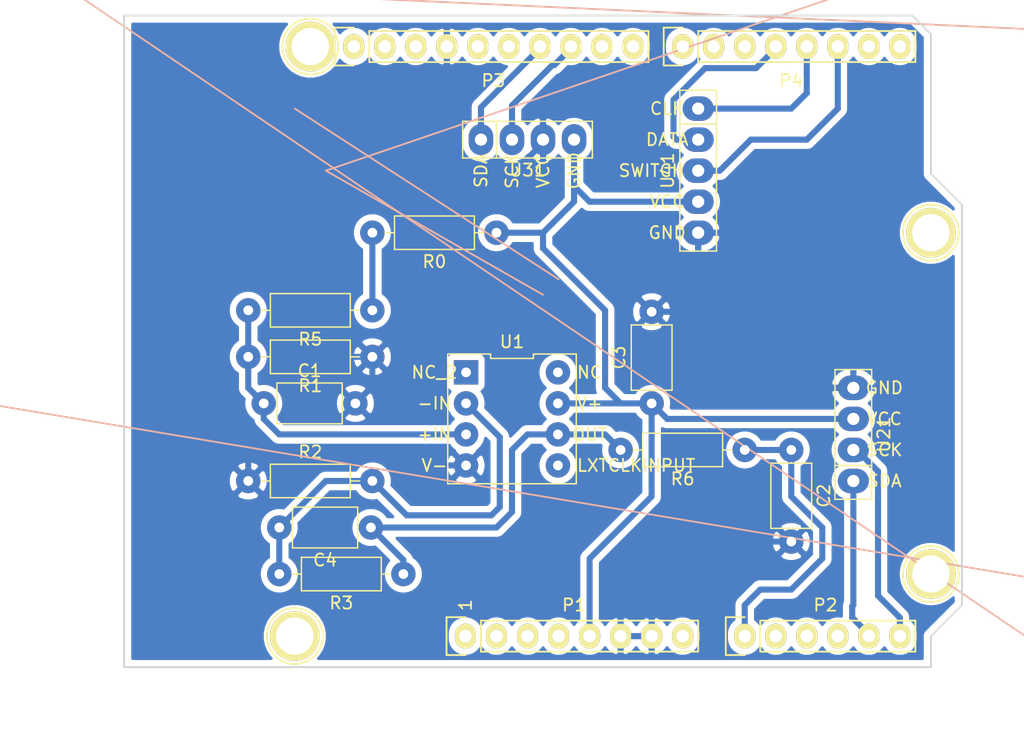
<source format=kicad_pcb>
(kicad_pcb (version 20171130) (host pcbnew "(5.1.2)-2")

  (general
    (thickness 1.6)
    (drawings 34)
    (tracks 122)
    (zones 0)
    (modules 22)
    (nets 40)
  )

  (page A4)
  (title_block
    (date "lun. 30 mars 2015")
  )

  (layers
    (0 F.Cu signal)
    (31 B.Cu signal)
    (32 B.Adhes user)
    (33 F.Adhes user)
    (34 B.Paste user)
    (35 F.Paste user)
    (36 B.SilkS user hide)
    (37 F.SilkS user)
    (38 B.Mask user)
    (39 F.Mask user)
    (40 Dwgs.User user)
    (41 Cmts.User user)
    (42 Eco1.User user)
    (43 Eco2.User user)
    (44 Edge.Cuts user)
    (45 Margin user)
    (46 B.CrtYd user)
    (47 F.CrtYd user)
    (48 B.Fab user)
    (49 F.Fab user)
  )

  (setup
    (last_trace_width 0.5)
    (user_trace_width 0.5)
    (trace_clearance 0.5)
    (zone_clearance 0.508)
    (zone_45_only no)
    (trace_min 0.2)
    (via_size 0.6)
    (via_drill 0.4)
    (via_min_size 0.4)
    (via_min_drill 0.3)
    (uvia_size 0.3)
    (uvia_drill 0.1)
    (uvias_allowed no)
    (uvia_min_size 0.2)
    (uvia_min_drill 0.1)
    (edge_width 0.15)
    (segment_width 0.15)
    (pcb_text_width 0.3)
    (pcb_text_size 1.5 1.5)
    (mod_edge_width 0.15)
    (mod_text_size 1 1)
    (mod_text_width 0.15)
    (pad_size 2 2)
    (pad_drill 0.8)
    (pad_to_mask_clearance 0)
    (aux_axis_origin 110.998 126.365)
    (grid_origin 110.998 126.365)
    (visible_elements 7FFFFFFF)
    (pcbplotparams
      (layerselection 0x00000_fffffffe)
      (usegerberextensions false)
      (usegerberattributes false)
      (usegerberadvancedattributes false)
      (creategerberjobfile false)
      (excludeedgelayer true)
      (linewidth 0.100000)
      (plotframeref false)
      (viasonmask true)
      (mode 1)
      (useauxorigin false)
      (hpglpennumber 1)
      (hpglpenspeed 20)
      (hpglpendiameter 15.000000)
      (psnegative false)
      (psa4output false)
      (plotreference true)
      (plotvalue true)
      (plotinvisibletext false)
      (padsonsilk false)
      (subtractmaskfromsilk false)
      (outputformat 4)
      (mirror false)
      (drillshape 0)
      (scaleselection 1)
      (outputdirectory "./"))
  )

  (net 0 "")
  (net 1 /IOREF)
  (net 2 /Reset)
  (net 3 +5V)
  (net 4 GND)
  (net 5 /Vin)
  (net 6 /A1)
  (net 7 /A2)
  (net 8 /A3)
  (net 9 /AREF)
  (net 10 "/9(**)")
  (net 11 /8)
  (net 12 /7)
  (net 13 "/6(**)")
  (net 14 "/5(**)")
  (net 15 "/1(Tx)")
  (net 16 "/0(Rx)")
  (net 17 "Net-(P5-Pad1)")
  (net 18 "Net-(P6-Pad1)")
  (net 19 "Net-(P7-Pad1)")
  (net 20 "Net-(P8-Pad1)")
  (net 21 "/13(SCK)")
  (net 22 "Net-(P1-Pad1)")
  (net 23 +3V3)
  (net 24 "/12(MISO)")
  (net 25 IN+)
  (net 26 ADC)
  (net 27 "Net-(C4-Pad1)")
  (net 28 IN-)
  (net 29 SDA)
  (net 30 SCK)
  (net 31 TX)
  (net 32 RX)
  (net 33 CLK)
  (net 34 DATA)
  (net 35 SWITCH)
  (net 36 "Net-(R0-Pad2)")
  (net 37 "Net-(U1-Pad8)")
  (net 38 "Net-(U1-Pad1)")
  (net 39 "Net-(U1-Pad5)")

  (net_class Default "This is the default net class."
    (clearance 0.5)
    (trace_width 0.8)
    (via_dia 0.6)
    (via_drill 0.4)
    (uvia_dia 0.3)
    (uvia_drill 0.1)
    (add_net +3V3)
    (add_net +5V)
    (add_net "/0(Rx)")
    (add_net "/1(Tx)")
    (add_net "/12(MISO)")
    (add_net "/13(SCK)")
    (add_net "/5(**)")
    (add_net "/6(**)")
    (add_net /7)
    (add_net /8)
    (add_net "/9(**)")
    (add_net /A1)
    (add_net /A2)
    (add_net /A3)
    (add_net /AREF)
    (add_net /IOREF)
    (add_net /Reset)
    (add_net /Vin)
    (add_net ADC)
    (add_net CLK)
    (add_net DATA)
    (add_net GND)
    (add_net IN+)
    (add_net IN-)
    (add_net "Net-(C4-Pad1)")
    (add_net "Net-(P1-Pad1)")
    (add_net "Net-(P5-Pad1)")
    (add_net "Net-(P6-Pad1)")
    (add_net "Net-(P7-Pad1)")
    (add_net "Net-(P8-Pad1)")
    (add_net "Net-(R0-Pad2)")
    (add_net "Net-(U1-Pad1)")
    (add_net "Net-(U1-Pad5)")
    (add_net "Net-(U1-Pad8)")
    (add_net RX)
    (add_net SCK)
    (add_net SDA)
    (add_net SWITCH)
    (add_net TX)
  )

  (module Socket_Arduino_Uno:DIP-8_296 (layer F.Cu) (tedit 6048CCA7) (tstamp 60487881)
    (at 142.748 106.045 270)
    (path /6037ECE3)
    (fp_text reference U1 (at -6.31 0) (layer F.SilkS)
      (effects (font (size 1 1) (thickness 0.15)))
    )
    (fp_text value LTC1050 (at 0 0 90) (layer F.Fab)
      (effects (font (size 1 1) (thickness 0.15)))
    )
    (fp_line (start -5.31 5.26) (end 5.31 5.26) (layer F.SilkS) (width 0.12))
    (fp_line (start 5.31 5.26) (end 5.31 -5.26) (layer F.SilkS) (width 0.12))
    (fp_line (start 5.31 -5.26) (end -5.31 -5.26) (layer F.SilkS) (width 0.12))
    (fp_line (start -5.31 -5.26) (end -5.31 -1.753333) (layer F.SilkS) (width 0.12))
    (fp_line (start -5.31 -1.753333) (end -4.95 -1.753333) (layer F.SilkS) (width 0.12))
    (fp_line (start -4.95 -1.753333) (end -4.95 1.753333) (layer F.SilkS) (width 0.12))
    (fp_line (start -4.95 1.753333) (end -5.31 1.753333) (layer F.SilkS) (width 0.12))
    (fp_line (start -5.31 1.753333) (end -5.31 5.26) (layer F.SilkS) (width 0.12))
    (fp_line (start -5.06 -5.01) (end 5.06 -5.01) (layer F.CrtYd) (width 0.05))
    (fp_line (start 5.06 -5.01) (end 5.06 5.01) (layer F.CrtYd) (width 0.05))
    (fp_line (start 5.06 5.01) (end -5.06 5.01) (layer F.CrtYd) (width 0.05))
    (fp_line (start -5.06 5.01) (end -5.06 -5.01) (layer F.CrtYd) (width 0.05))
    (fp_text user NC_2 (at -3.81 6.35) (layer F.SilkS)
      (effects (font (size 1 1) (thickness 0.15)))
    )
    (fp_text user -IN (at -1.27 6.35) (layer F.SilkS)
      (effects (font (size 1 1) (thickness 0.15)))
    )
    (fp_text user +IN (at 1.27 6.35) (layer F.SilkS)
      (effects (font (size 1 1) (thickness 0.15)))
    )
    (fp_text user V- (at 3.81 6.35) (layer F.SilkS)
      (effects (font (size 1 1) (thickness 0.15)))
    )
    (fp_text user NC (at -3.81 -6.35) (layer F.SilkS)
      (effects (font (size 1 1) (thickness 0.15)))
    )
    (fp_text user V+ (at -1.27 -6.35) (layer F.SilkS)
      (effects (font (size 1 1) (thickness 0.15)))
    )
    (fp_text user OUT (at 1.27 -6.35) (layer F.SilkS)
      (effects (font (size 1 1) (thickness 0.15)))
    )
    (fp_text user LXTCLKINPUT (at 3.81 -10.16) (layer F.SilkS)
      (effects (font (size 1 1) (thickness 0.15)))
    )
    (pad 8 thru_hole circle (at -3.81 -3.76 270) (size 2 2) (drill 0.8) (layers *.Cu *.Mask)
      (net 37 "Net-(U1-Pad8)"))
    (pad 1 thru_hole rect (at -3.81 3.76 270) (size 2 2) (drill 0.8) (layers *.Cu *.Mask)
      (net 38 "Net-(U1-Pad1)"))
    (pad 7 thru_hole circle (at -1.27 -3.76 270) (size 2 2) (drill 0.8) (layers *.Cu *.Mask)
      (net 3 +5V))
    (pad 2 thru_hole circle (at -1.27 3.76 270) (size 2 2) (drill 0.8) (layers *.Cu *.Mask)
      (net 28 IN-))
    (pad 6 thru_hole circle (at 1.27 -3.76 270) (size 2 2) (drill 0.8) (layers *.Cu *.Mask)
      (net 27 "Net-(C4-Pad1)"))
    (pad 3 thru_hole circle (at 1.27 3.76 270) (size 2 2) (drill 0.8) (layers *.Cu *.Mask)
      (net 25 IN+))
    (pad 5 thru_hole circle (at 3.81 -3.76 270) (size 2 2) (drill 0.8) (layers *.Cu *.Mask)
      (net 39 "Net-(U1-Pad5)"))
    (pad 4 thru_hole circle (at 3.81 3.76 270) (size 2 2) (drill 0.8) (layers *.Cu *.Mask)
      (net 4 GND))
  )

  (module Capacitor_THT:C_Axial_L5.1mm_D3.1mm_P7.50mm_Horizontal (layer F.Cu) (tedit 5AE50EF0) (tstamp 604877A9)
    (at 165.608 108.585 270)
    (descr "C, Axial series, Axial, Horizontal, pin pitch=7.5mm, , length*diameter=5.1*3.1mm^2, http://www.vishay.com/docs/45231/arseries.pdf")
    (tags "C Axial series Axial Horizontal pin pitch 7.5mm  length 5.1mm diameter 3.1mm")
    (path /6039D980)
    (fp_text reference C2 (at 3.75 -2.67 90) (layer F.SilkS)
      (effects (font (size 1 1) (thickness 0.15)))
    )
    (fp_text value 100n (at 3.75 2.67 90) (layer F.Fab)
      (effects (font (size 1 1) (thickness 0.15)))
    )
    (fp_text user %R (at 3.75 0 90) (layer F.Fab)
      (effects (font (size 1 1) (thickness 0.15)))
    )
    (fp_line (start 8.55 -1.8) (end -1.05 -1.8) (layer F.CrtYd) (width 0.05))
    (fp_line (start 8.55 1.8) (end 8.55 -1.8) (layer F.CrtYd) (width 0.05))
    (fp_line (start -1.05 1.8) (end 8.55 1.8) (layer F.CrtYd) (width 0.05))
    (fp_line (start -1.05 -1.8) (end -1.05 1.8) (layer F.CrtYd) (width 0.05))
    (fp_line (start 6.46 0) (end 6.42 0) (layer F.SilkS) (width 0.12))
    (fp_line (start 1.04 0) (end 1.08 0) (layer F.SilkS) (width 0.12))
    (fp_line (start 6.42 -1.67) (end 1.08 -1.67) (layer F.SilkS) (width 0.12))
    (fp_line (start 6.42 1.67) (end 6.42 -1.67) (layer F.SilkS) (width 0.12))
    (fp_line (start 1.08 1.67) (end 6.42 1.67) (layer F.SilkS) (width 0.12))
    (fp_line (start 1.08 -1.67) (end 1.08 1.67) (layer F.SilkS) (width 0.12))
    (fp_line (start 7.5 0) (end 6.3 0) (layer F.Fab) (width 0.1))
    (fp_line (start 0 0) (end 1.2 0) (layer F.Fab) (width 0.1))
    (fp_line (start 6.3 -1.55) (end 1.2 -1.55) (layer F.Fab) (width 0.1))
    (fp_line (start 6.3 1.55) (end 6.3 -1.55) (layer F.Fab) (width 0.1))
    (fp_line (start 1.2 1.55) (end 6.3 1.55) (layer F.Fab) (width 0.1))
    (fp_line (start 1.2 -1.55) (end 1.2 1.55) (layer F.Fab) (width 0.1))
    (pad 2 thru_hole circle (at 7.5 0 270) (size 2 2) (drill 0.8) (layers *.Cu *.Mask)
      (net 4 GND))
    (pad 1 thru_hole circle (at 0 0 270) (size 2 2) (drill 0.8) (layers *.Cu *.Mask)
      (net 26 ADC))
    (model ${KISYS3DMOD}/Capacitor_THT.3dshapes/C_Axial_L5.1mm_D3.1mm_P7.50mm_Horizontal.wrl
      (at (xyz 0 0 0))
      (scale (xyz 1 1 1))
      (rotate (xyz 0 0 0))
    )
  )

  (module Socket_Arduino_Uno:Socket_Strip_Arduino_1x08 locked (layer F.Cu) (tedit 552168D2) (tstamp 551AF9EA)
    (at 138.938 123.825)
    (descr "Through hole socket strip")
    (tags "socket strip")
    (path /56D70129)
    (fp_text reference P1 (at 8.89 -2.54) (layer F.SilkS)
      (effects (font (size 1 1) (thickness 0.15)))
    )
    (fp_text value Power (at 8.89 -4.064) (layer F.Fab)
      (effects (font (size 1 1) (thickness 0.15)))
    )
    (fp_line (start -1.75 -1.75) (end -1.75 1.75) (layer F.CrtYd) (width 0.05))
    (fp_line (start 19.55 -1.75) (end 19.55 1.75) (layer F.CrtYd) (width 0.05))
    (fp_line (start -1.75 -1.75) (end 19.55 -1.75) (layer F.CrtYd) (width 0.05))
    (fp_line (start -1.75 1.75) (end 19.55 1.75) (layer F.CrtYd) (width 0.05))
    (fp_line (start 1.27 1.27) (end 19.05 1.27) (layer F.SilkS) (width 0.15))
    (fp_line (start 19.05 1.27) (end 19.05 -1.27) (layer F.SilkS) (width 0.15))
    (fp_line (start 19.05 -1.27) (end 1.27 -1.27) (layer F.SilkS) (width 0.15))
    (fp_line (start -1.55 1.55) (end 0 1.55) (layer F.SilkS) (width 0.15))
    (fp_line (start 1.27 1.27) (end 1.27 -1.27) (layer F.SilkS) (width 0.15))
    (fp_line (start 0 -1.55) (end -1.55 -1.55) (layer F.SilkS) (width 0.15))
    (fp_line (start -1.55 -1.55) (end -1.55 1.55) (layer F.SilkS) (width 0.15))
    (pad 1 thru_hole oval (at 0 0) (size 1.7272 2.032) (drill 1.016) (layers *.Cu *.Mask F.SilkS)
      (net 22 "Net-(P1-Pad1)"))
    (pad 2 thru_hole oval (at 2.54 0) (size 1.7272 2.032) (drill 1.016) (layers *.Cu *.Mask F.SilkS)
      (net 1 /IOREF))
    (pad 3 thru_hole oval (at 5.08 0) (size 1.7272 2.032) (drill 1.016) (layers *.Cu *.Mask F.SilkS)
      (net 2 /Reset))
    (pad 4 thru_hole oval (at 7.62 0) (size 1.7272 2.032) (drill 1.016) (layers *.Cu *.Mask F.SilkS)
      (net 23 +3V3))
    (pad 5 thru_hole oval (at 10.16 0) (size 1.7272 2.032) (drill 1.016) (layers *.Cu *.Mask F.SilkS)
      (net 3 +5V))
    (pad 6 thru_hole oval (at 12.7 0) (size 1.7272 2.032) (drill 1.016) (layers *.Cu *.Mask F.SilkS)
      (net 4 GND))
    (pad 7 thru_hole oval (at 15.24 0) (size 1.7272 2.032) (drill 1.016) (layers *.Cu *.Mask F.SilkS)
      (net 4 GND))
    (pad 8 thru_hole oval (at 17.78 0) (size 1.7272 2.032) (drill 1.016) (layers *.Cu *.Mask F.SilkS)
      (net 5 /Vin))
    (model ${KIPRJMOD}/Socket_Arduino_Uno.3dshapes/Socket_header_Arduino_1x08.wrl
      (offset (xyz 8.889999866485596 0 0))
      (scale (xyz 1 1 1))
      (rotate (xyz 0 0 180))
    )
  )

  (module Socket_Arduino_Uno:Socket_Strip_Arduino_1x06 locked (layer F.Cu) (tedit 552168D6) (tstamp 551AF9FF)
    (at 161.798 123.825)
    (descr "Through hole socket strip")
    (tags "socket strip")
    (path /56D70DD8)
    (fp_text reference P2 (at 6.604 -2.54) (layer F.SilkS)
      (effects (font (size 1 1) (thickness 0.15)))
    )
    (fp_text value Analog (at 6.604 -4.064) (layer F.Fab)
      (effects (font (size 1 1) (thickness 0.15)))
    )
    (fp_line (start -1.75 -1.75) (end -1.75 1.75) (layer F.CrtYd) (width 0.05))
    (fp_line (start 14.45 -1.75) (end 14.45 1.75) (layer F.CrtYd) (width 0.05))
    (fp_line (start -1.75 -1.75) (end 14.45 -1.75) (layer F.CrtYd) (width 0.05))
    (fp_line (start -1.75 1.75) (end 14.45 1.75) (layer F.CrtYd) (width 0.05))
    (fp_line (start 1.27 1.27) (end 13.97 1.27) (layer F.SilkS) (width 0.15))
    (fp_line (start 13.97 1.27) (end 13.97 -1.27) (layer F.SilkS) (width 0.15))
    (fp_line (start 13.97 -1.27) (end 1.27 -1.27) (layer F.SilkS) (width 0.15))
    (fp_line (start -1.55 1.55) (end 0 1.55) (layer F.SilkS) (width 0.15))
    (fp_line (start 1.27 1.27) (end 1.27 -1.27) (layer F.SilkS) (width 0.15))
    (fp_line (start 0 -1.55) (end -1.55 -1.55) (layer F.SilkS) (width 0.15))
    (fp_line (start -1.55 -1.55) (end -1.55 1.55) (layer F.SilkS) (width 0.15))
    (pad 1 thru_hole oval (at 0 0) (size 1.7272 2.032) (drill 1.016) (layers *.Cu *.Mask F.SilkS)
      (net 26 ADC))
    (pad 2 thru_hole oval (at 2.54 0) (size 1.7272 2.032) (drill 1.016) (layers *.Cu *.Mask F.SilkS)
      (net 6 /A1))
    (pad 3 thru_hole oval (at 5.08 0) (size 1.7272 2.032) (drill 1.016) (layers *.Cu *.Mask F.SilkS)
      (net 7 /A2))
    (pad 4 thru_hole oval (at 7.62 0) (size 1.7272 2.032) (drill 1.016) (layers *.Cu *.Mask F.SilkS)
      (net 8 /A3))
    (pad 5 thru_hole oval (at 10.16 0) (size 1.7272 2.032) (drill 1.016) (layers *.Cu *.Mask F.SilkS)
      (net 29 SDA))
    (pad 6 thru_hole oval (at 12.7 0) (size 1.7272 2.032) (drill 1.016) (layers *.Cu *.Mask F.SilkS)
      (net 30 SCK))
    (model ${KIPRJMOD}/Socket_Arduino_Uno.3dshapes/Socket_header_Arduino_1x06.wrl
      (offset (xyz 6.349999904632568 0 0))
      (scale (xyz 1 1 1))
      (rotate (xyz 0 0 180))
    )
  )

  (module Socket_Arduino_Uno:Socket_Strip_Arduino_1x10 locked (layer F.Cu) (tedit 552168BF) (tstamp 551AFA18)
    (at 129.794 75.565)
    (descr "Through hole socket strip")
    (tags "socket strip")
    (path /56D721E0)
    (fp_text reference P3 (at 11.43 2.794) (layer F.SilkS)
      (effects (font (size 1 1) (thickness 0.15)))
    )
    (fp_text value Digital (at 11.43 4.318) (layer F.Fab)
      (effects (font (size 1 1) (thickness 0.15)))
    )
    (fp_line (start -1.75 -1.75) (end -1.75 1.75) (layer F.CrtYd) (width 0.05))
    (fp_line (start 24.65 -1.75) (end 24.65 1.75) (layer F.CrtYd) (width 0.05))
    (fp_line (start -1.75 -1.75) (end 24.65 -1.75) (layer F.CrtYd) (width 0.05))
    (fp_line (start -1.75 1.75) (end 24.65 1.75) (layer F.CrtYd) (width 0.05))
    (fp_line (start 1.27 1.27) (end 24.13 1.27) (layer F.SilkS) (width 0.15))
    (fp_line (start 24.13 1.27) (end 24.13 -1.27) (layer F.SilkS) (width 0.15))
    (fp_line (start 24.13 -1.27) (end 1.27 -1.27) (layer F.SilkS) (width 0.15))
    (fp_line (start -1.55 1.55) (end 0 1.55) (layer F.SilkS) (width 0.15))
    (fp_line (start 1.27 1.27) (end 1.27 -1.27) (layer F.SilkS) (width 0.15))
    (fp_line (start 0 -1.55) (end -1.55 -1.55) (layer F.SilkS) (width 0.15))
    (fp_line (start -1.55 -1.55) (end -1.55 1.55) (layer F.SilkS) (width 0.15))
    (pad 1 thru_hole oval (at 0 0) (size 1.7272 2.032) (drill 1.016) (layers *.Cu *.Mask F.SilkS)
      (net 30 SCK))
    (pad 2 thru_hole oval (at 2.54 0) (size 1.7272 2.032) (drill 1.016) (layers *.Cu *.Mask F.SilkS)
      (net 29 SDA))
    (pad 3 thru_hole oval (at 5.08 0) (size 1.7272 2.032) (drill 1.016) (layers *.Cu *.Mask F.SilkS)
      (net 9 /AREF))
    (pad 4 thru_hole oval (at 7.62 0) (size 1.7272 2.032) (drill 1.016) (layers *.Cu *.Mask F.SilkS)
      (net 4 GND))
    (pad 5 thru_hole oval (at 10.16 0) (size 1.7272 2.032) (drill 1.016) (layers *.Cu *.Mask F.SilkS)
      (net 21 "/13(SCK)"))
    (pad 6 thru_hole oval (at 12.7 0) (size 1.7272 2.032) (drill 1.016) (layers *.Cu *.Mask F.SilkS)
      (net 24 "/12(MISO)"))
    (pad 7 thru_hole oval (at 15.24 0) (size 1.7272 2.032) (drill 1.016) (layers *.Cu *.Mask F.SilkS)
      (net 31 TX))
    (pad 8 thru_hole oval (at 17.78 0) (size 1.7272 2.032) (drill 1.016) (layers *.Cu *.Mask F.SilkS)
      (net 32 RX))
    (pad 9 thru_hole oval (at 20.32 0) (size 1.7272 2.032) (drill 1.016) (layers *.Cu *.Mask F.SilkS)
      (net 10 "/9(**)"))
    (pad 10 thru_hole oval (at 22.86 0) (size 1.7272 2.032) (drill 1.016) (layers *.Cu *.Mask F.SilkS)
      (net 11 /8))
    (model ${KIPRJMOD}/Socket_Arduino_Uno.3dshapes/Socket_header_Arduino_1x10.wrl
      (offset (xyz 11.42999982833862 0 0))
      (scale (xyz 1 1 1))
      (rotate (xyz 0 0 180))
    )
  )

  (module Socket_Arduino_Uno:Socket_Strip_Arduino_1x08 locked (layer F.Cu) (tedit 552168C7) (tstamp 551AFA2F)
    (at 156.718 75.565)
    (descr "Through hole socket strip")
    (tags "socket strip")
    (path /56D7164F)
    (fp_text reference P4 (at 8.89 2.794) (layer F.SilkS)
      (effects (font (size 1 1) (thickness 0.15)))
    )
    (fp_text value Digital (at 8.89 4.318) (layer F.Fab)
      (effects (font (size 1 1) (thickness 0.15)))
    )
    (fp_line (start -1.75 -1.75) (end -1.75 1.75) (layer F.CrtYd) (width 0.05))
    (fp_line (start 19.55 -1.75) (end 19.55 1.75) (layer F.CrtYd) (width 0.05))
    (fp_line (start -1.75 -1.75) (end 19.55 -1.75) (layer F.CrtYd) (width 0.05))
    (fp_line (start -1.75 1.75) (end 19.55 1.75) (layer F.CrtYd) (width 0.05))
    (fp_line (start 1.27 1.27) (end 19.05 1.27) (layer F.SilkS) (width 0.15))
    (fp_line (start 19.05 1.27) (end 19.05 -1.27) (layer F.SilkS) (width 0.15))
    (fp_line (start 19.05 -1.27) (end 1.27 -1.27) (layer F.SilkS) (width 0.15))
    (fp_line (start -1.55 1.55) (end 0 1.55) (layer F.SilkS) (width 0.15))
    (fp_line (start 1.27 1.27) (end 1.27 -1.27) (layer F.SilkS) (width 0.15))
    (fp_line (start 0 -1.55) (end -1.55 -1.55) (layer F.SilkS) (width 0.15))
    (fp_line (start -1.55 -1.55) (end -1.55 1.55) (layer F.SilkS) (width 0.15))
    (pad 1 thru_hole oval (at 0 0) (size 1.7272 2.032) (drill 1.016) (layers *.Cu *.Mask F.SilkS)
      (net 12 /7))
    (pad 2 thru_hole oval (at 2.54 0) (size 1.7272 2.032) (drill 1.016) (layers *.Cu *.Mask F.SilkS)
      (net 13 "/6(**)"))
    (pad 3 thru_hole oval (at 5.08 0) (size 1.7272 2.032) (drill 1.016) (layers *.Cu *.Mask F.SilkS)
      (net 14 "/5(**)"))
    (pad 4 thru_hole oval (at 7.62 0) (size 1.7272 2.032) (drill 1.016) (layers *.Cu *.Mask F.SilkS)
      (net 34 DATA))
    (pad 5 thru_hole oval (at 10.16 0) (size 1.7272 2.032) (drill 1.016) (layers *.Cu *.Mask F.SilkS)
      (net 33 CLK))
    (pad 6 thru_hole oval (at 12.7 0) (size 1.7272 2.032) (drill 1.016) (layers *.Cu *.Mask F.SilkS)
      (net 35 SWITCH))
    (pad 7 thru_hole oval (at 15.24 0) (size 1.7272 2.032) (drill 1.016) (layers *.Cu *.Mask F.SilkS)
      (net 15 "/1(Tx)"))
    (pad 8 thru_hole oval (at 17.78 0) (size 1.7272 2.032) (drill 1.016) (layers *.Cu *.Mask F.SilkS)
      (net 16 "/0(Rx)"))
    (model ${KIPRJMOD}/Socket_Arduino_Uno.3dshapes/Socket_header_Arduino_1x08.wrl
      (offset (xyz 8.889999866485596 0 0))
      (scale (xyz 1 1 1))
      (rotate (xyz 0 0 180))
    )
  )

  (module Socket_Arduino_Uno:Arduino_1pin locked (layer F.Cu) (tedit 5524FC39) (tstamp 5524FC3F)
    (at 124.968 123.825)
    (descr "module 1 pin (ou trou mecanique de percage)")
    (tags DEV)
    (path /56D71177)
    (fp_text reference P5 (at 0 -3.048) (layer F.SilkS) hide
      (effects (font (size 1 1) (thickness 0.15)))
    )
    (fp_text value CONN_01X01 (at 0 2.794) (layer F.Fab) hide
      (effects (font (size 1 1) (thickness 0.15)))
    )
    (fp_circle (center 0 0) (end 0 -2.286) (layer F.SilkS) (width 0.15))
    (pad 1 thru_hole circle (at 0 0) (size 4.064 4.064) (drill 3.048) (layers *.Cu *.Mask F.SilkS)
      (net 17 "Net-(P5-Pad1)"))
  )

  (module Socket_Arduino_Uno:Arduino_1pin locked (layer F.Cu) (tedit 5524FC4A) (tstamp 5524FC44)
    (at 177.038 118.745)
    (descr "module 1 pin (ou trou mecanique de percage)")
    (tags DEV)
    (path /56D71274)
    (fp_text reference P6 (at 0 -3.048) (layer F.SilkS) hide
      (effects (font (size 1 1) (thickness 0.15)))
    )
    (fp_text value CONN_01X01 (at 0 2.794) (layer F.Fab) hide
      (effects (font (size 1 1) (thickness 0.15)))
    )
    (fp_circle (center 0 0) (end 0 -2.286) (layer F.SilkS) (width 0.15))
    (pad 1 thru_hole circle (at 0 0) (size 4.064 4.064) (drill 3.048) (layers *.Cu *.Mask F.SilkS)
      (net 18 "Net-(P6-Pad1)"))
  )

  (module Socket_Arduino_Uno:Arduino_1pin locked (layer F.Cu) (tedit 5524FC2F) (tstamp 5524FC49)
    (at 126.238 75.565)
    (descr "module 1 pin (ou trou mecanique de percage)")
    (tags DEV)
    (path /56D712A8)
    (fp_text reference P7 (at 0 -3.048) (layer F.SilkS) hide
      (effects (font (size 1 1) (thickness 0.15)))
    )
    (fp_text value CONN_01X01 (at 0 2.794) (layer F.Fab) hide
      (effects (font (size 1 1) (thickness 0.15)))
    )
    (fp_circle (center 0 0) (end 0 -2.286) (layer F.SilkS) (width 0.15))
    (pad 1 thru_hole circle (at 0 0) (size 4.064 4.064) (drill 3.048) (layers *.Cu *.Mask F.SilkS)
      (net 19 "Net-(P7-Pad1)"))
  )

  (module Socket_Arduino_Uno:Arduino_1pin locked (layer F.Cu) (tedit 5524FC41) (tstamp 5524FC4E)
    (at 177.038 90.805)
    (descr "module 1 pin (ou trou mecanique de percage)")
    (tags DEV)
    (path /56D712DB)
    (fp_text reference P8 (at 0 -3.048) (layer F.SilkS) hide
      (effects (font (size 1 1) (thickness 0.15)))
    )
    (fp_text value CONN_01X01 (at 0 2.794) (layer F.Fab) hide
      (effects (font (size 1 1) (thickness 0.15)))
    )
    (fp_circle (center 0 0) (end 0 -2.286) (layer F.SilkS) (width 0.15))
    (pad 1 thru_hole circle (at 0 0) (size 4.064 4.064) (drill 3.048) (layers *.Cu *.Mask F.SilkS)
      (net 20 "Net-(P8-Pad1)"))
  )

  (module Capacitor_THT:C_Axial_L5.1mm_D3.1mm_P7.50mm_Horizontal (layer F.Cu) (tedit 5AE50EF0) (tstamp 60487792)
    (at 122.428 104.775)
    (descr "C, Axial series, Axial, Horizontal, pin pitch=7.5mm, , length*diameter=5.1*3.1mm^2, http://www.vishay.com/docs/45231/arseries.pdf")
    (tags "C Axial series Axial Horizontal pin pitch 7.5mm  length 5.1mm diameter 3.1mm")
    (path /603643FC)
    (fp_text reference C1 (at 3.75 -2.67) (layer F.SilkS)
      (effects (font (size 1 1) (thickness 0.15)))
    )
    (fp_text value 100n (at 3.75 2.67) (layer F.Fab)
      (effects (font (size 1 1) (thickness 0.15)))
    )
    (fp_line (start 1.2 -1.55) (end 1.2 1.55) (layer F.Fab) (width 0.1))
    (fp_line (start 1.2 1.55) (end 6.3 1.55) (layer F.Fab) (width 0.1))
    (fp_line (start 6.3 1.55) (end 6.3 -1.55) (layer F.Fab) (width 0.1))
    (fp_line (start 6.3 -1.55) (end 1.2 -1.55) (layer F.Fab) (width 0.1))
    (fp_line (start 0 0) (end 1.2 0) (layer F.Fab) (width 0.1))
    (fp_line (start 7.5 0) (end 6.3 0) (layer F.Fab) (width 0.1))
    (fp_line (start 1.08 -1.67) (end 1.08 1.67) (layer F.SilkS) (width 0.12))
    (fp_line (start 1.08 1.67) (end 6.42 1.67) (layer F.SilkS) (width 0.12))
    (fp_line (start 6.42 1.67) (end 6.42 -1.67) (layer F.SilkS) (width 0.12))
    (fp_line (start 6.42 -1.67) (end 1.08 -1.67) (layer F.SilkS) (width 0.12))
    (fp_line (start 1.04 0) (end 1.08 0) (layer F.SilkS) (width 0.12))
    (fp_line (start 6.46 0) (end 6.42 0) (layer F.SilkS) (width 0.12))
    (fp_line (start -1.05 -1.8) (end -1.05 1.8) (layer F.CrtYd) (width 0.05))
    (fp_line (start -1.05 1.8) (end 8.55 1.8) (layer F.CrtYd) (width 0.05))
    (fp_line (start 8.55 1.8) (end 8.55 -1.8) (layer F.CrtYd) (width 0.05))
    (fp_line (start 8.55 -1.8) (end -1.05 -1.8) (layer F.CrtYd) (width 0.05))
    (fp_text user %R (at 3.75 0) (layer F.Fab)
      (effects (font (size 1 1) (thickness 0.15)))
    )
    (pad 1 thru_hole circle (at 0 0) (size 2 2) (drill 0.8) (layers *.Cu *.Mask)
      (net 25 IN+))
    (pad 2 thru_hole circle (at 7.5 0) (size 2 2) (drill 0.8) (layers *.Cu *.Mask)
      (net 4 GND))
    (model ${KISYS3DMOD}/Capacitor_THT.3dshapes/C_Axial_L5.1mm_D3.1mm_P7.50mm_Horizontal.wrl
      (at (xyz 0 0 0))
      (scale (xyz 1 1 1))
      (rotate (xyz 0 0 0))
    )
  )

  (module Capacitor_THT:C_Axial_L5.1mm_D3.1mm_P7.50mm_Horizontal (layer F.Cu) (tedit 6048D363) (tstamp 604877C0)
    (at 154.178 104.775 90)
    (descr "C, Axial series, Axial, Horizontal, pin pitch=7.5mm, , length*diameter=5.1*3.1mm^2, http://www.vishay.com/docs/45231/arseries.pdf")
    (tags "C Axial series Axial Horizontal pin pitch 7.5mm  length 5.1mm diameter 3.1mm")
    (path /60390994)
    (fp_text reference C3 (at 3.75 -2.67 90) (layer F.SilkS)
      (effects (font (size 1 1) (thickness 0.15)))
    )
    (fp_text value 100n (at 3.75 2.67 90) (layer F.Fab)
      (effects (font (size 1 1) (thickness 0.15)))
    )
    (fp_text user %R (at 3.75 0 90) (layer F.Fab)
      (effects (font (size 1 1) (thickness 0.15)))
    )
    (fp_line (start 8.55 -1.8) (end -1.05 -1.8) (layer F.CrtYd) (width 0.05))
    (fp_line (start 8.55 1.8) (end 8.55 -1.8) (layer F.CrtYd) (width 0.05))
    (fp_line (start -1.05 1.8) (end 8.55 1.8) (layer F.CrtYd) (width 0.05))
    (fp_line (start -1.05 -1.8) (end -1.05 1.8) (layer F.CrtYd) (width 0.05))
    (fp_line (start 6.46 0) (end 6.42 0) (layer F.SilkS) (width 0.12))
    (fp_line (start 1.04 0) (end 1.08 0) (layer F.SilkS) (width 0.12))
    (fp_line (start 6.42 -1.67) (end 1.08 -1.67) (layer F.SilkS) (width 0.12))
    (fp_line (start 6.42 1.67) (end 6.42 -1.67) (layer F.SilkS) (width 0.12))
    (fp_line (start 1.08 1.67) (end 6.42 1.67) (layer F.SilkS) (width 0.12))
    (fp_line (start 1.08 -1.67) (end 1.08 1.67) (layer F.SilkS) (width 0.12))
    (fp_line (start 7.5 0) (end 6.3 0) (layer F.Fab) (width 0.1))
    (fp_line (start 0 0) (end 1.2 0) (layer F.Fab) (width 0.1))
    (fp_line (start 6.3 -1.55) (end 1.2 -1.55) (layer F.Fab) (width 0.1))
    (fp_line (start 6.3 1.55) (end 6.3 -1.55) (layer F.Fab) (width 0.1))
    (fp_line (start 1.2 1.55) (end 6.3 1.55) (layer F.Fab) (width 0.1))
    (fp_line (start 1.2 -1.55) (end 1.2 1.55) (layer F.Fab) (width 0.1))
    (pad 2 thru_hole circle (at 7.5 0 90) (size 2 2) (drill 0.8) (layers *.Cu *.Mask)
      (net 4 GND))
    (pad 1 thru_hole circle (at 0 0 90) (size 2 2) (drill 0.8) (layers *.Cu *.Mask)
      (net 3 +5V))
    (model ${KISYS3DMOD}/Capacitor_THT.3dshapes/C_Axial_L5.1mm_D3.1mm_P7.50mm_Horizontal.wrl
      (at (xyz 0 0 0))
      (scale (xyz 1 1 1))
      (rotate (xyz 0 0 0))
    )
  )

  (module Capacitor_THT:C_Axial_L5.1mm_D3.1mm_P7.50mm_Horizontal (layer F.Cu) (tedit 5AE50EF0) (tstamp 604877D7)
    (at 131.198 114.935 180)
    (descr "C, Axial series, Axial, Horizontal, pin pitch=7.5mm, , length*diameter=5.1*3.1mm^2, http://www.vishay.com/docs/45231/arseries.pdf")
    (tags "C Axial series Axial Horizontal pin pitch 7.5mm  length 5.1mm diameter 3.1mm")
    (path /6039BDF1)
    (fp_text reference C4 (at 3.75 -2.67) (layer F.SilkS)
      (effects (font (size 1 1) (thickness 0.15)))
    )
    (fp_text value 1u (at 3.75 2.67) (layer F.Fab)
      (effects (font (size 1 1) (thickness 0.15)))
    )
    (fp_line (start 1.2 -1.55) (end 1.2 1.55) (layer F.Fab) (width 0.1))
    (fp_line (start 1.2 1.55) (end 6.3 1.55) (layer F.Fab) (width 0.1))
    (fp_line (start 6.3 1.55) (end 6.3 -1.55) (layer F.Fab) (width 0.1))
    (fp_line (start 6.3 -1.55) (end 1.2 -1.55) (layer F.Fab) (width 0.1))
    (fp_line (start 0 0) (end 1.2 0) (layer F.Fab) (width 0.1))
    (fp_line (start 7.5 0) (end 6.3 0) (layer F.Fab) (width 0.1))
    (fp_line (start 1.08 -1.67) (end 1.08 1.67) (layer F.SilkS) (width 0.12))
    (fp_line (start 1.08 1.67) (end 6.42 1.67) (layer F.SilkS) (width 0.12))
    (fp_line (start 6.42 1.67) (end 6.42 -1.67) (layer F.SilkS) (width 0.12))
    (fp_line (start 6.42 -1.67) (end 1.08 -1.67) (layer F.SilkS) (width 0.12))
    (fp_line (start 1.04 0) (end 1.08 0) (layer F.SilkS) (width 0.12))
    (fp_line (start 6.46 0) (end 6.42 0) (layer F.SilkS) (width 0.12))
    (fp_line (start -1.05 -1.8) (end -1.05 1.8) (layer F.CrtYd) (width 0.05))
    (fp_line (start -1.05 1.8) (end 8.55 1.8) (layer F.CrtYd) (width 0.05))
    (fp_line (start 8.55 1.8) (end 8.55 -1.8) (layer F.CrtYd) (width 0.05))
    (fp_line (start 8.55 -1.8) (end -1.05 -1.8) (layer F.CrtYd) (width 0.05))
    (fp_text user %R (at 3.75 0) (layer F.Fab)
      (effects (font (size 1 1) (thickness 0.15)))
    )
    (pad 1 thru_hole circle (at 0 0 180) (size 2 2) (drill 0.8) (layers *.Cu *.Mask)
      (net 27 "Net-(C4-Pad1)"))
    (pad 2 thru_hole circle (at 7.5 0 180) (size 2 2) (drill 0.8) (layers *.Cu *.Mask)
      (net 28 IN-))
    (model ${KISYS3DMOD}/Capacitor_THT.3dshapes/C_Axial_L5.1mm_D3.1mm_P7.50mm_Horizontal.wrl
      (at (xyz 0 0 0))
      (scale (xyz 1 1 1))
      (rotate (xyz 0 0 0))
    )
  )

  (module Resistor_THT:R_Axial_DIN0207_L6.3mm_D2.5mm_P10.16mm_Horizontal (layer F.Cu) (tedit 5AE5139B) (tstamp 604877EE)
    (at 141.478 90.805 180)
    (descr "Resistor, Axial_DIN0207 series, Axial, Horizontal, pin pitch=10.16mm, 0.25W = 1/4W, length*diameter=6.3*2.5mm^2, http://cdn-reichelt.de/documents/datenblatt/B400/1_4W%23YAG.pdf")
    (tags "Resistor Axial_DIN0207 series Axial Horizontal pin pitch 10.16mm 0.25W = 1/4W length 6.3mm diameter 2.5mm")
    (path /60361BEE)
    (fp_text reference R0 (at 5.08 -2.37) (layer F.SilkS)
      (effects (font (size 1 1) (thickness 0.15)))
    )
    (fp_text value RSENSOR (at 5.08 2.37) (layer F.Fab)
      (effects (font (size 1 1) (thickness 0.15)))
    )
    (fp_text user %R (at 5.08 0) (layer F.Fab)
      (effects (font (size 1 1) (thickness 0.15)))
    )
    (fp_line (start 11.21 -1.5) (end -1.05 -1.5) (layer F.CrtYd) (width 0.05))
    (fp_line (start 11.21 1.5) (end 11.21 -1.5) (layer F.CrtYd) (width 0.05))
    (fp_line (start -1.05 1.5) (end 11.21 1.5) (layer F.CrtYd) (width 0.05))
    (fp_line (start -1.05 -1.5) (end -1.05 1.5) (layer F.CrtYd) (width 0.05))
    (fp_line (start 9.12 0) (end 8.35 0) (layer F.SilkS) (width 0.12))
    (fp_line (start 1.04 0) (end 1.81 0) (layer F.SilkS) (width 0.12))
    (fp_line (start 8.35 -1.37) (end 1.81 -1.37) (layer F.SilkS) (width 0.12))
    (fp_line (start 8.35 1.37) (end 8.35 -1.37) (layer F.SilkS) (width 0.12))
    (fp_line (start 1.81 1.37) (end 8.35 1.37) (layer F.SilkS) (width 0.12))
    (fp_line (start 1.81 -1.37) (end 1.81 1.37) (layer F.SilkS) (width 0.12))
    (fp_line (start 10.16 0) (end 8.23 0) (layer F.Fab) (width 0.1))
    (fp_line (start 0 0) (end 1.93 0) (layer F.Fab) (width 0.1))
    (fp_line (start 8.23 -1.25) (end 1.93 -1.25) (layer F.Fab) (width 0.1))
    (fp_line (start 8.23 1.25) (end 8.23 -1.25) (layer F.Fab) (width 0.1))
    (fp_line (start 1.93 1.25) (end 8.23 1.25) (layer F.Fab) (width 0.1))
    (fp_line (start 1.93 -1.25) (end 1.93 1.25) (layer F.Fab) (width 0.1))
    (pad 2 thru_hole circle (at 10.16 0 180) (size 2 2) (drill 0.8) (layers *.Cu *.Mask)
      (net 36 "Net-(R0-Pad2)"))
    (pad 1 thru_hole circle (at 0 0 180) (size 2 2) (drill 0.8) (layers *.Cu *.Mask)
      (net 3 +5V))
    (model ${KISYS3DMOD}/Resistor_THT.3dshapes/R_Axial_DIN0207_L6.3mm_D2.5mm_P10.16mm_Horizontal.wrl
      (at (xyz 0 0 0))
      (scale (xyz 1 1 1))
      (rotate (xyz 0 0 0))
    )
  )

  (module Resistor_THT:R_Axial_DIN0207_L6.3mm_D2.5mm_P10.16mm_Horizontal (layer F.Cu) (tedit 5AE5139B) (tstamp 60487805)
    (at 131.318 100.965 180)
    (descr "Resistor, Axial_DIN0207 series, Axial, Horizontal, pin pitch=10.16mm, 0.25W = 1/4W, length*diameter=6.3*2.5mm^2, http://cdn-reichelt.de/documents/datenblatt/B400/1_4W%23YAG.pdf")
    (tags "Resistor Axial_DIN0207 series Axial Horizontal pin pitch 10.16mm 0.25W = 1/4W length 6.3mm diameter 2.5mm")
    (path /60363BAE)
    (fp_text reference R1 (at 5.08 -2.37) (layer F.SilkS)
      (effects (font (size 1 1) (thickness 0.15)))
    )
    (fp_text value 100k (at 5.08 2.37) (layer F.Fab)
      (effects (font (size 1 1) (thickness 0.15)))
    )
    (fp_line (start 1.93 -1.25) (end 1.93 1.25) (layer F.Fab) (width 0.1))
    (fp_line (start 1.93 1.25) (end 8.23 1.25) (layer F.Fab) (width 0.1))
    (fp_line (start 8.23 1.25) (end 8.23 -1.25) (layer F.Fab) (width 0.1))
    (fp_line (start 8.23 -1.25) (end 1.93 -1.25) (layer F.Fab) (width 0.1))
    (fp_line (start 0 0) (end 1.93 0) (layer F.Fab) (width 0.1))
    (fp_line (start 10.16 0) (end 8.23 0) (layer F.Fab) (width 0.1))
    (fp_line (start 1.81 -1.37) (end 1.81 1.37) (layer F.SilkS) (width 0.12))
    (fp_line (start 1.81 1.37) (end 8.35 1.37) (layer F.SilkS) (width 0.12))
    (fp_line (start 8.35 1.37) (end 8.35 -1.37) (layer F.SilkS) (width 0.12))
    (fp_line (start 8.35 -1.37) (end 1.81 -1.37) (layer F.SilkS) (width 0.12))
    (fp_line (start 1.04 0) (end 1.81 0) (layer F.SilkS) (width 0.12))
    (fp_line (start 9.12 0) (end 8.35 0) (layer F.SilkS) (width 0.12))
    (fp_line (start -1.05 -1.5) (end -1.05 1.5) (layer F.CrtYd) (width 0.05))
    (fp_line (start -1.05 1.5) (end 11.21 1.5) (layer F.CrtYd) (width 0.05))
    (fp_line (start 11.21 1.5) (end 11.21 -1.5) (layer F.CrtYd) (width 0.05))
    (fp_line (start 11.21 -1.5) (end -1.05 -1.5) (layer F.CrtYd) (width 0.05))
    (fp_text user %R (at 5.08 0) (layer F.Fab)
      (effects (font (size 1 1) (thickness 0.15)))
    )
    (pad 1 thru_hole circle (at 0 0 180) (size 2 2) (drill 0.8) (layers *.Cu *.Mask)
      (net 4 GND))
    (pad 2 thru_hole circle (at 10.16 0 180) (size 2 2) (drill 0.8) (layers *.Cu *.Mask)
      (net 25 IN+))
    (model ${KISYS3DMOD}/Resistor_THT.3dshapes/R_Axial_DIN0207_L6.3mm_D2.5mm_P10.16mm_Horizontal.wrl
      (at (xyz 0 0 0))
      (scale (xyz 1 1 1))
      (rotate (xyz 0 0 0))
    )
  )

  (module Resistor_THT:R_Axial_DIN0207_L6.3mm_D2.5mm_P10.16mm_Horizontal (layer F.Cu) (tedit 5AE5139B) (tstamp 6048781C)
    (at 121.158 111.125)
    (descr "Resistor, Axial_DIN0207 series, Axial, Horizontal, pin pitch=10.16mm, 0.25W = 1/4W, length*diameter=6.3*2.5mm^2, http://cdn-reichelt.de/documents/datenblatt/B400/1_4W%23YAG.pdf")
    (tags "Resistor Axial_DIN0207 series Axial Horizontal pin pitch 10.16mm 0.25W = 1/4W length 6.3mm diameter 2.5mm")
    (path /6039C8AD)
    (fp_text reference R2 (at 5.08 -2.37) (layer F.SilkS)
      (effects (font (size 1 1) (thickness 0.15)))
    )
    (fp_text value 1k (at 5.08 2.37) (layer F.Fab)
      (effects (font (size 1 1) (thickness 0.15)))
    )
    (fp_line (start 1.93 -1.25) (end 1.93 1.25) (layer F.Fab) (width 0.1))
    (fp_line (start 1.93 1.25) (end 8.23 1.25) (layer F.Fab) (width 0.1))
    (fp_line (start 8.23 1.25) (end 8.23 -1.25) (layer F.Fab) (width 0.1))
    (fp_line (start 8.23 -1.25) (end 1.93 -1.25) (layer F.Fab) (width 0.1))
    (fp_line (start 0 0) (end 1.93 0) (layer F.Fab) (width 0.1))
    (fp_line (start 10.16 0) (end 8.23 0) (layer F.Fab) (width 0.1))
    (fp_line (start 1.81 -1.37) (end 1.81 1.37) (layer F.SilkS) (width 0.12))
    (fp_line (start 1.81 1.37) (end 8.35 1.37) (layer F.SilkS) (width 0.12))
    (fp_line (start 8.35 1.37) (end 8.35 -1.37) (layer F.SilkS) (width 0.12))
    (fp_line (start 8.35 -1.37) (end 1.81 -1.37) (layer F.SilkS) (width 0.12))
    (fp_line (start 1.04 0) (end 1.81 0) (layer F.SilkS) (width 0.12))
    (fp_line (start 9.12 0) (end 8.35 0) (layer F.SilkS) (width 0.12))
    (fp_line (start -1.05 -1.5) (end -1.05 1.5) (layer F.CrtYd) (width 0.05))
    (fp_line (start -1.05 1.5) (end 11.21 1.5) (layer F.CrtYd) (width 0.05))
    (fp_line (start 11.21 1.5) (end 11.21 -1.5) (layer F.CrtYd) (width 0.05))
    (fp_line (start 11.21 -1.5) (end -1.05 -1.5) (layer F.CrtYd) (width 0.05))
    (fp_text user %R (at 5.08 0) (layer F.Fab)
      (effects (font (size 1 1) (thickness 0.15)))
    )
    (pad 1 thru_hole circle (at 0 0) (size 2 2) (drill 0.8) (layers *.Cu *.Mask)
      (net 4 GND))
    (pad 2 thru_hole circle (at 10.16 0) (size 2 2) (drill 0.8) (layers *.Cu *.Mask)
      (net 28 IN-))
    (model ${KISYS3DMOD}/Resistor_THT.3dshapes/R_Axial_DIN0207_L6.3mm_D2.5mm_P10.16mm_Horizontal.wrl
      (at (xyz 0 0 0))
      (scale (xyz 1 1 1))
      (rotate (xyz 0 0 0))
    )
  )

  (module Resistor_THT:R_Axial_DIN0207_L6.3mm_D2.5mm_P10.16mm_Horizontal (layer F.Cu) (tedit 5AE5139B) (tstamp 60487833)
    (at 133.858 118.745 180)
    (descr "Resistor, Axial_DIN0207 series, Axial, Horizontal, pin pitch=10.16mm, 0.25W = 1/4W, length*diameter=6.3*2.5mm^2, http://cdn-reichelt.de/documents/datenblatt/B400/1_4W%23YAG.pdf")
    (tags "Resistor Axial_DIN0207 series Axial Horizontal pin pitch 10.16mm 0.25W = 1/4W length 6.3mm diameter 2.5mm")
    (path /60398E0A)
    (fp_text reference R3 (at 5.08 -2.37) (layer F.SilkS)
      (effects (font (size 1 1) (thickness 0.15)))
    )
    (fp_text value 100k (at 5.08 2.37) (layer F.Fab)
      (effects (font (size 1 1) (thickness 0.15)))
    )
    (fp_line (start 1.93 -1.25) (end 1.93 1.25) (layer F.Fab) (width 0.1))
    (fp_line (start 1.93 1.25) (end 8.23 1.25) (layer F.Fab) (width 0.1))
    (fp_line (start 8.23 1.25) (end 8.23 -1.25) (layer F.Fab) (width 0.1))
    (fp_line (start 8.23 -1.25) (end 1.93 -1.25) (layer F.Fab) (width 0.1))
    (fp_line (start 0 0) (end 1.93 0) (layer F.Fab) (width 0.1))
    (fp_line (start 10.16 0) (end 8.23 0) (layer F.Fab) (width 0.1))
    (fp_line (start 1.81 -1.37) (end 1.81 1.37) (layer F.SilkS) (width 0.12))
    (fp_line (start 1.81 1.37) (end 8.35 1.37) (layer F.SilkS) (width 0.12))
    (fp_line (start 8.35 1.37) (end 8.35 -1.37) (layer F.SilkS) (width 0.12))
    (fp_line (start 8.35 -1.37) (end 1.81 -1.37) (layer F.SilkS) (width 0.12))
    (fp_line (start 1.04 0) (end 1.81 0) (layer F.SilkS) (width 0.12))
    (fp_line (start 9.12 0) (end 8.35 0) (layer F.SilkS) (width 0.12))
    (fp_line (start -1.05 -1.5) (end -1.05 1.5) (layer F.CrtYd) (width 0.05))
    (fp_line (start -1.05 1.5) (end 11.21 1.5) (layer F.CrtYd) (width 0.05))
    (fp_line (start 11.21 1.5) (end 11.21 -1.5) (layer F.CrtYd) (width 0.05))
    (fp_line (start 11.21 -1.5) (end -1.05 -1.5) (layer F.CrtYd) (width 0.05))
    (fp_text user %R (at 5.08 0) (layer F.Fab)
      (effects (font (size 1 1) (thickness 0.15)))
    )
    (pad 1 thru_hole circle (at 0 0 180) (size 2 2) (drill 0.8) (layers *.Cu *.Mask)
      (net 27 "Net-(C4-Pad1)"))
    (pad 2 thru_hole circle (at 10.16 0 180) (size 2 2) (drill 0.8) (layers *.Cu *.Mask)
      (net 28 IN-))
    (model ${KISYS3DMOD}/Resistor_THT.3dshapes/R_Axial_DIN0207_L6.3mm_D2.5mm_P10.16mm_Horizontal.wrl
      (at (xyz 0 0 0))
      (scale (xyz 1 1 1))
      (rotate (xyz 0 0 0))
    )
  )

  (module Resistor_THT:R_Axial_DIN0207_L6.3mm_D2.5mm_P10.16mm_Horizontal (layer F.Cu) (tedit 5AE5139B) (tstamp 6048784A)
    (at 131.318 97.155 180)
    (descr "Resistor, Axial_DIN0207 series, Axial, Horizontal, pin pitch=10.16mm, 0.25W = 1/4W, length*diameter=6.3*2.5mm^2, http://cdn-reichelt.de/documents/datenblatt/B400/1_4W%23YAG.pdf")
    (tags "Resistor Axial_DIN0207 series Axial Horizontal pin pitch 10.16mm 0.25W = 1/4W length 6.3mm diameter 2.5mm")
    (path /60362ED6)
    (fp_text reference R5 (at 5.08 -2.37) (layer F.SilkS)
      (effects (font (size 1 1) (thickness 0.15)))
    )
    (fp_text value 10k (at 5.08 2.37) (layer F.Fab)
      (effects (font (size 1 1) (thickness 0.15)))
    )
    (fp_text user %R (at 5.08 0) (layer F.Fab)
      (effects (font (size 1 1) (thickness 0.15)))
    )
    (fp_line (start 11.21 -1.5) (end -1.05 -1.5) (layer F.CrtYd) (width 0.05))
    (fp_line (start 11.21 1.5) (end 11.21 -1.5) (layer F.CrtYd) (width 0.05))
    (fp_line (start -1.05 1.5) (end 11.21 1.5) (layer F.CrtYd) (width 0.05))
    (fp_line (start -1.05 -1.5) (end -1.05 1.5) (layer F.CrtYd) (width 0.05))
    (fp_line (start 9.12 0) (end 8.35 0) (layer F.SilkS) (width 0.12))
    (fp_line (start 1.04 0) (end 1.81 0) (layer F.SilkS) (width 0.12))
    (fp_line (start 8.35 -1.37) (end 1.81 -1.37) (layer F.SilkS) (width 0.12))
    (fp_line (start 8.35 1.37) (end 8.35 -1.37) (layer F.SilkS) (width 0.12))
    (fp_line (start 1.81 1.37) (end 8.35 1.37) (layer F.SilkS) (width 0.12))
    (fp_line (start 1.81 -1.37) (end 1.81 1.37) (layer F.SilkS) (width 0.12))
    (fp_line (start 10.16 0) (end 8.23 0) (layer F.Fab) (width 0.1))
    (fp_line (start 0 0) (end 1.93 0) (layer F.Fab) (width 0.1))
    (fp_line (start 8.23 -1.25) (end 1.93 -1.25) (layer F.Fab) (width 0.1))
    (fp_line (start 8.23 1.25) (end 8.23 -1.25) (layer F.Fab) (width 0.1))
    (fp_line (start 1.93 1.25) (end 8.23 1.25) (layer F.Fab) (width 0.1))
    (fp_line (start 1.93 -1.25) (end 1.93 1.25) (layer F.Fab) (width 0.1))
    (pad 2 thru_hole circle (at 10.16 0 180) (size 2 2) (drill 0.8) (layers *.Cu *.Mask)
      (net 25 IN+))
    (pad 1 thru_hole circle (at 0 0 180) (size 2 2) (drill 0.8) (layers *.Cu *.Mask)
      (net 36 "Net-(R0-Pad2)"))
    (model ${KISYS3DMOD}/Resistor_THT.3dshapes/R_Axial_DIN0207_L6.3mm_D2.5mm_P10.16mm_Horizontal.wrl
      (at (xyz 0 0 0))
      (scale (xyz 1 1 1))
      (rotate (xyz 0 0 0))
    )
  )

  (module Resistor_THT:R_Axial_DIN0207_L6.3mm_D2.5mm_P10.16mm_Horizontal (layer F.Cu) (tedit 5AE5139B) (tstamp 60487861)
    (at 161.798 108.585 180)
    (descr "Resistor, Axial_DIN0207 series, Axial, Horizontal, pin pitch=10.16mm, 0.25W = 1/4W, length*diameter=6.3*2.5mm^2, http://cdn-reichelt.de/documents/datenblatt/B400/1_4W%23YAG.pdf")
    (tags "Resistor Axial_DIN0207 series Axial Horizontal pin pitch 10.16mm 0.25W = 1/4W length 6.3mm diameter 2.5mm")
    (path /6039B42C)
    (fp_text reference R6 (at 5.08 -2.37) (layer F.SilkS)
      (effects (font (size 1 1) (thickness 0.15)))
    )
    (fp_text value 1k (at 5.08 2.37) (layer F.Fab)
      (effects (font (size 1 1) (thickness 0.15)))
    )
    (fp_text user %R (at 5.08 0) (layer F.Fab)
      (effects (font (size 1 1) (thickness 0.15)))
    )
    (fp_line (start 11.21 -1.5) (end -1.05 -1.5) (layer F.CrtYd) (width 0.05))
    (fp_line (start 11.21 1.5) (end 11.21 -1.5) (layer F.CrtYd) (width 0.05))
    (fp_line (start -1.05 1.5) (end 11.21 1.5) (layer F.CrtYd) (width 0.05))
    (fp_line (start -1.05 -1.5) (end -1.05 1.5) (layer F.CrtYd) (width 0.05))
    (fp_line (start 9.12 0) (end 8.35 0) (layer F.SilkS) (width 0.12))
    (fp_line (start 1.04 0) (end 1.81 0) (layer F.SilkS) (width 0.12))
    (fp_line (start 8.35 -1.37) (end 1.81 -1.37) (layer F.SilkS) (width 0.12))
    (fp_line (start 8.35 1.37) (end 8.35 -1.37) (layer F.SilkS) (width 0.12))
    (fp_line (start 1.81 1.37) (end 8.35 1.37) (layer F.SilkS) (width 0.12))
    (fp_line (start 1.81 -1.37) (end 1.81 1.37) (layer F.SilkS) (width 0.12))
    (fp_line (start 10.16 0) (end 8.23 0) (layer F.Fab) (width 0.1))
    (fp_line (start 0 0) (end 1.93 0) (layer F.Fab) (width 0.1))
    (fp_line (start 8.23 -1.25) (end 1.93 -1.25) (layer F.Fab) (width 0.1))
    (fp_line (start 8.23 1.25) (end 8.23 -1.25) (layer F.Fab) (width 0.1))
    (fp_line (start 1.93 1.25) (end 8.23 1.25) (layer F.Fab) (width 0.1))
    (fp_line (start 1.93 -1.25) (end 1.93 1.25) (layer F.Fab) (width 0.1))
    (pad 2 thru_hole circle (at 10.16 0 180) (size 2 2) (drill 0.8) (layers *.Cu *.Mask)
      (net 27 "Net-(C4-Pad1)"))
    (pad 1 thru_hole circle (at 0 0 180) (size 2 2) (drill 0.8) (layers *.Cu *.Mask)
      (net 26 ADC))
    (model ${KISYS3DMOD}/Resistor_THT.3dshapes/R_Axial_DIN0207_L6.3mm_D2.5mm_P10.16mm_Horizontal.wrl
      (at (xyz 0 0 0))
      (scale (xyz 1 1 1))
      (rotate (xyz 0 0 0))
    )
  )

  (module Socket_Arduino_Uno:SIP-4 (layer F.Cu) (tedit 6048C98B) (tstamp 60487896)
    (at 170.688 107.315 90)
    (path /603B9BC5)
    (fp_text reference U21 (at 0 2.5 90) (layer F.SilkS)
      (effects (font (size 1 1) (thickness 0.15)))
    )
    (fp_text value OLEO_0_91 (at 0 -2.5 90) (layer F.Fab)
      (effects (font (size 1 1) (thickness 0.15)))
    )
    (fp_text user SCK (at -1.27 2.54) (layer F.SilkS)
      (effects (font (size 1 1) (thickness 0.15)))
    )
    (fp_text user SDA (at -3.81 2.54) (layer F.SilkS)
      (effects (font (size 1 1) (thickness 0.15)))
    )
    (fp_text user GND (at 3.81 2.54) (layer F.SilkS)
      (effects (font (size 1 1) (thickness 0.15)))
    )
    (fp_text user VCC (at 1.27 2.54) (layer F.SilkS)
      (effects (font (size 1 1) (thickness 0.15)))
    )
    (fp_line (start -5.06 1.25) (end -5.06 -1.25) (layer F.CrtYd) (width 0.05))
    (fp_line (start 5.06 1.25) (end -5.06 1.25) (layer F.CrtYd) (width 0.05))
    (fp_line (start 5.06 -1.25) (end 5.06 1.25) (layer F.CrtYd) (width 0.05))
    (fp_line (start -5.06 -1.25) (end 5.06 -1.25) (layer F.CrtYd) (width 0.05))
    (fp_line (start -2.54 -1.5) (end -2.54 1.5) (layer F.SilkS) (width 0.12))
    (fp_line (start -5.31 1.5) (end -5.31 -1.5) (layer F.SilkS) (width 0.12))
    (fp_line (start 5.31 1.5) (end -5.31 1.5) (layer F.SilkS) (width 0.12))
    (fp_line (start 5.31 -1.5) (end 5.31 1.5) (layer F.SilkS) (width 0.12))
    (fp_line (start -5.31 -1.5) (end 5.31 -1.5) (layer F.SilkS) (width 0.12))
    (pad 1 thru_hole oval (at 3.81 0 90) (size 2 2.54) (drill 1) (layers *.Cu *.Mask)
      (net 4 GND))
    (pad 2 thru_hole oval (at 1.27 0 90) (size 2 2.54) (drill 1) (layers *.Cu *.Mask)
      (net 3 +5V))
    (pad 3 thru_hole oval (at -1.27 0 90) (size 2 2.54) (drill 1) (layers *.Cu *.Mask)
      (net 30 SCK))
    (pad 4 thru_hole oval (at -3.81 0 90) (size 2 2.54) (drill 1) (layers *.Cu *.Mask)
      (net 29 SDA))
  )

  (module Socket_Arduino_Uno:SIP-4 (layer F.Cu) (tedit 6048CA59) (tstamp 604878AB)
    (at 144.018 83.185)
    (path /603E0F8F)
    (fp_text reference U31 (at 0 2.5) (layer F.SilkS)
      (effects (font (size 1 1) (thickness 0.15)))
    )
    (fp_text value Bluetooth-HC05 (at 0 -2.5) (layer F.Fab)
      (effects (font (size 1 1) (thickness 0.15)))
    )
    (fp_line (start -5.31 -1.5) (end 5.31 -1.5) (layer F.SilkS) (width 0.12))
    (fp_line (start 5.31 -1.5) (end 5.31 1.5) (layer F.SilkS) (width 0.12))
    (fp_line (start 5.31 1.5) (end -5.31 1.5) (layer F.SilkS) (width 0.12))
    (fp_line (start -5.31 1.5) (end -5.31 -1.5) (layer F.SilkS) (width 0.12))
    (fp_line (start -2.54 -1.5) (end -2.54 1.5) (layer F.SilkS) (width 0.12))
    (fp_line (start -5.06 -1.25) (end 5.06 -1.25) (layer F.CrtYd) (width 0.05))
    (fp_line (start 5.06 -1.25) (end 5.06 1.25) (layer F.CrtYd) (width 0.05))
    (fp_line (start 5.06 1.25) (end -5.06 1.25) (layer F.CrtYd) (width 0.05))
    (fp_line (start -5.06 1.25) (end -5.06 -1.25) (layer F.CrtYd) (width 0.05))
    (fp_text user VCC (at 1.27 2.54 90) (layer F.SilkS)
      (effects (font (size 1 1) (thickness 0.15)))
    )
    (fp_text user GND (at 3.81 2.54 90) (layer F.SilkS)
      (effects (font (size 1 1) (thickness 0.15)))
    )
    (fp_text user SDA (at -3.81 2.54 90) (layer F.SilkS)
      (effects (font (size 1 1) (thickness 0.15)))
    )
    (fp_text user SCK (at -1.27 2.54 90) (layer F.SilkS)
      (effects (font (size 1 1) (thickness 0.15)))
    )
    (pad 4 thru_hole oval (at -3.81 0) (size 2 2.54) (drill 1) (layers *.Cu *.Mask)
      (net 31 TX))
    (pad 3 thru_hole oval (at -1.27 0) (size 2 2.54) (drill 1) (layers *.Cu *.Mask)
      (net 32 RX))
    (pad 2 thru_hole oval (at 1.27 0) (size 2 2.54) (drill 1) (layers *.Cu *.Mask)
      (net 4 GND))
    (pad 1 thru_hole oval (at 3.81 0) (size 2 2.54) (drill 1) (layers *.Cu *.Mask)
      (net 3 +5V))
  )

  (module Socket_Arduino_Uno:SIP-5 (layer F.Cu) (tedit 6048CA34) (tstamp 604878C2)
    (at 157.988 85.725 270)
    (path /603F053B)
    (fp_text reference U41 (at 0 2.5 90) (layer F.SilkS)
      (effects (font (size 1 1) (thickness 0.15)))
    )
    (fp_text value KY_040 (at 0 -2.5 90) (layer F.Fab)
      (effects (font (size 1 1) (thickness 0.15)))
    )
    (fp_line (start -6.58 -1.5) (end 6.58 -1.5) (layer F.SilkS) (width 0.12))
    (fp_line (start 6.58 -1.5) (end 6.58 1.5) (layer F.SilkS) (width 0.12))
    (fp_line (start 6.58 1.5) (end -6.58 1.5) (layer F.SilkS) (width 0.12))
    (fp_line (start -6.58 1.5) (end -6.58 -1.5) (layer F.SilkS) (width 0.12))
    (fp_line (start -3.81 -1.5) (end -3.81 1.5) (layer F.SilkS) (width 0.12))
    (fp_line (start -6.33 -1.25) (end 6.33 -1.25) (layer F.CrtYd) (width 0.05))
    (fp_line (start 6.33 -1.25) (end 6.33 1.25) (layer F.CrtYd) (width 0.05))
    (fp_line (start 6.33 1.25) (end -6.33 1.25) (layer F.CrtYd) (width 0.05))
    (fp_line (start -6.33 1.25) (end -6.33 -1.25) (layer F.CrtYd) (width 0.05))
    (fp_text user CLK (at -5.08 2.54) (layer F.SilkS)
      (effects (font (size 1 1) (thickness 0.15)))
    )
    (fp_text user DATA (at -2.54 2.54) (layer F.SilkS)
      (effects (font (size 1 1) (thickness 0.15)))
    )
    (fp_text user SWITCH (at 0 3.81) (layer F.SilkS)
      (effects (font (size 1 1) (thickness 0.15)))
    )
    (fp_text user VCC (at 2.54 2.54) (layer F.SilkS)
      (effects (font (size 1 1) (thickness 0.15)))
    )
    (fp_text user GND (at 5.08 2.54) (layer F.SilkS)
      (effects (font (size 1 1) (thickness 0.15)))
    )
    (pad 1 thru_hole oval (at -5.08 0 270) (size 2 2.54) (drill 1) (layers *.Cu *.Mask)
      (net 33 CLK))
    (pad 2 thru_hole oval (at -2.54 0 270) (size 2 2.54) (drill 1) (layers *.Cu *.Mask)
      (net 34 DATA))
    (pad 3 thru_hole oval (at 0 0 270) (size 2 2.54) (drill 1) (layers *.Cu *.Mask)
      (net 35 SWITCH))
    (pad 4 thru_hole oval (at 2.54 0 270) (size 2 2.54) (drill 1) (layers *.Cu *.Mask)
      (net 3 +5V))
    (pad 5 thru_hole oval (at 5.08 0 270) (size 2 2.54) (drill 1) (layers *.Cu *.Mask)
      (net 4 GND))
  )

  (gr_line (start 124.968 80.645) (end 146.558 94.615) (layer B.SilkS) (width 0.15))
  (gr_line (start 191.008 120.015) (end 76.708 100.965) (layer B.SilkS) (width 0.15))
  (gr_line (start 192.278 128.905) (end 191.008 120.015) (layer B.SilkS) (width 0.15))
  (gr_line (start 105.918 70.485) (end 192.278 128.905) (layer B.SilkS) (width 0.15))
  (gr_line (start 188.468 74.295) (end 105.918 70.485) (layer B.SilkS) (width 0.15))
  (gr_line (start 127.508 85.725) (end 145.288 95.885) (layer B.SilkS) (width 0.15))
  (gr_line (start 183.388 66.675) (end 127.508 85.725) (layer B.SilkS) (width 0.15))
  (gr_text 1 (at 138.938 121.285 90) (layer F.SilkS)
    (effects (font (size 1 1) (thickness 0.15)))
  )
  (gr_circle (center 117.348 76.962) (end 118.618 76.962) (layer Dwgs.User) (width 0.15))
  (gr_line (start 114.427 78.994) (end 114.427 74.93) (angle 90) (layer Dwgs.User) (width 0.15))
  (gr_line (start 120.269 78.994) (end 114.427 78.994) (angle 90) (layer Dwgs.User) (width 0.15))
  (gr_line (start 120.269 74.93) (end 120.269 78.994) (angle 90) (layer Dwgs.User) (width 0.15))
  (gr_line (start 114.427 74.93) (end 120.269 74.93) (angle 90) (layer Dwgs.User) (width 0.15))
  (gr_line (start 120.523 93.98) (end 104.648 93.98) (angle 90) (layer Dwgs.User) (width 0.15))
  (gr_line (start 177.038 74.549) (end 175.514 73.025) (angle 90) (layer Edge.Cuts) (width 0.15))
  (gr_line (start 177.038 85.979) (end 177.038 74.549) (angle 90) (layer Edge.Cuts) (width 0.15))
  (gr_line (start 179.578 88.519) (end 177.038 85.979) (angle 90) (layer Edge.Cuts) (width 0.15))
  (gr_line (start 179.578 121.285) (end 179.578 88.519) (angle 90) (layer Edge.Cuts) (width 0.15))
  (gr_line (start 177.038 123.825) (end 179.578 121.285) (angle 90) (layer Edge.Cuts) (width 0.15))
  (gr_line (start 177.038 126.365) (end 177.038 123.825) (angle 90) (layer Edge.Cuts) (width 0.15))
  (gr_line (start 110.998 126.365) (end 177.038 126.365) (angle 90) (layer Edge.Cuts) (width 0.15))
  (gr_line (start 110.998 73.025) (end 110.998 126.365) (angle 90) (layer Edge.Cuts) (width 0.15))
  (gr_line (start 175.514 73.025) (end 110.998 73.025) (angle 90) (layer Edge.Cuts) (width 0.15))
  (gr_line (start 173.355 102.235) (end 173.355 94.615) (angle 90) (layer Dwgs.User) (width 0.15))
  (gr_line (start 178.435 102.235) (end 173.355 102.235) (angle 90) (layer Dwgs.User) (width 0.15))
  (gr_line (start 178.435 94.615) (end 178.435 102.235) (angle 90) (layer Dwgs.User) (width 0.15))
  (gr_line (start 173.355 94.615) (end 178.435 94.615) (angle 90) (layer Dwgs.User) (width 0.15))
  (gr_line (start 109.093 123.19) (end 109.093 114.3) (angle 90) (layer Dwgs.User) (width 0.15))
  (gr_line (start 122.428 123.19) (end 109.093 123.19) (angle 90) (layer Dwgs.User) (width 0.15))
  (gr_line (start 122.428 115.57) (end 122.428 124.46) (angle 90) (layer Dwgs.User) (width 0.15))
  (gr_line (start 109.093 115.57) (end 122.428 115.57) (angle 90) (layer Dwgs.User) (width 0.15))
  (gr_line (start 104.648 93.98) (end 104.648 82.55) (angle 90) (layer Dwgs.User) (width 0.15))
  (gr_line (start 120.523 82.55) (end 120.523 93.98) (angle 90) (layer Dwgs.User) (width 0.15))
  (gr_line (start 104.648 82.55) (end 120.523 82.55) (angle 90) (layer Dwgs.User) (width 0.15))

  (segment (start 145.288 90.805) (end 147.828 88.265) (width 0.5) (layer B.Cu) (net 3))
  (segment (start 141.478 90.805) (end 145.288 90.805) (width 0.5) (layer B.Cu) (net 3))
  (segment (start 145.288 90.805) (end 145.288 92.075) (width 0.5) (layer B.Cu) (net 3))
  (segment (start 145.288 92.075) (end 150.368 97.155) (width 0.5) (layer B.Cu) (net 3))
  (segment (start 150.368 97.155) (end 150.368 103.505) (width 0.5) (layer B.Cu) (net 3))
  (segment (start 150.368 103.505) (end 151.638 104.775) (width 0.5) (layer B.Cu) (net 3))
  (segment (start 152.788 104.775) (end 151.638 104.775) (width 0.5) (layer B.Cu) (net 3))
  (segment (start 151.638 104.775) (end 146.508 104.775) (width 0.5) (layer B.Cu) (net 3))
  (segment (start 149.098 117.475) (end 154.178 112.395) (width 0.5) (layer B.Cu) (net 3))
  (segment (start 149.098 123.825) (end 149.098 117.475) (width 0.5) (layer B.Cu) (net 3))
  (segment (start 154.178 104.775) (end 152.908 104.775) (width 0.5) (layer B.Cu) (net 3))
  (segment (start 163.068 106.045) (end 170.688 106.045) (width 0.5) (layer B.Cu) (net 3))
  (segment (start 154.178 104.775) (end 155.448 106.045) (width 0.5) (layer B.Cu) (net 3))
  (segment (start 155.448 106.045) (end 163.068 106.045) (width 0.5) (layer B.Cu) (net 3))
  (segment (start 154.178 104.775) (end 154.178 112.395) (width 0.5) (layer B.Cu) (net 3))
  (segment (start 157.988 88.265) (end 149.098 88.265) (width 0.5) (layer B.Cu) (net 3))
  (segment (start 149.098 88.265) (end 147.828 86.995) (width 0.5) (layer B.Cu) (net 3))
  (segment (start 147.828 83.185) (end 147.828 86.995) (width 0.5) (layer B.Cu) (net 3))
  (segment (start 147.828 86.995) (end 147.828 88.265) (width 0.5) (layer B.Cu) (net 3))
  (segment (start 131.318 103.385) (end 131.318 100.965) (width 0.5) (layer B.Cu) (net 4))
  (segment (start 129.928 104.775) (end 131.318 103.385) (width 0.5) (layer B.Cu) (net 4))
  (segment (start 165.608 103.505) (end 170.688 103.505) (width 0.5) (layer B.Cu) (net 4))
  (segment (start 159.378 116.085) (end 165.608 116.085) (width 0.5) (layer B.Cu) (net 4))
  (segment (start 154.178 121.285) (end 159.378 116.085) (width 0.5) (layer B.Cu) (net 4))
  (segment (start 131.318 100.965) (end 128.778 100.965) (width 0.5) (layer B.Cu) (net 4))
  (segment (start 128.778 100.965) (end 124.968 97.155) (width 0.5) (layer B.Cu) (net 4))
  (segment (start 124.968 93.345) (end 126.238 92.075) (width 0.5) (layer B.Cu) (net 4))
  (segment (start 124.968 97.155) (end 124.968 93.345) (width 0.5) (layer B.Cu) (net 4))
  (segment (start 121.158 92.075) (end 126.238 92.075) (width 0.5) (layer B.Cu) (net 4))
  (segment (start 117.348 95.885) (end 121.158 92.075) (width 0.5) (layer B.Cu) (net 4))
  (segment (start 117.348 103.505) (end 117.348 95.885) (width 0.5) (layer B.Cu) (net 4))
  (segment (start 121.158 111.125) (end 121.158 107.315) (width 0.5) (layer B.Cu) (net 4))
  (segment (start 121.158 107.315) (end 117.348 103.505) (width 0.5) (layer B.Cu) (net 4))
  (segment (start 121.158 107.315) (end 122.428 108.585) (width 0.5) (layer B.Cu) (net 4))
  (segment (start 122.428 108.585) (end 135.128 108.585) (width 0.5) (layer B.Cu) (net 4))
  (segment (start 136.398 109.855) (end 138.988 109.855) (width 0.5) (layer B.Cu) (net 4))
  (segment (start 135.128 108.585) (end 136.398 109.855) (width 0.5) (layer B.Cu) (net 4))
  (segment (start 154.178 123.825) (end 154.178 121.285) (width 0.5) (layer B.Cu) (net 4))
  (segment (start 145.288 83.455) (end 145.288 83.185) (width 0.5) (layer B.Cu) (net 4))
  (segment (start 131.318 86.995) (end 141.748 86.995) (width 0.5) (layer B.Cu) (net 4))
  (segment (start 126.238 92.075) (end 131.318 86.995) (width 0.5) (layer B.Cu) (net 4))
  (segment (start 141.748 86.995) (end 142.883 85.86) (width 0.5) (layer B.Cu) (net 4))
  (segment (start 142.883 85.86) (end 145.288 83.455) (width 0.5) (layer B.Cu) (net 4))
  (segment (start 157.988 95.885) (end 157.988 90.805) (width 0.5) (layer B.Cu) (net 4))
  (segment (start 165.608 103.505) (end 157.988 95.885) (width 0.5) (layer B.Cu) (net 4))
  (segment (start 154.178 97.275) (end 156.598 97.275) (width 0.5) (layer B.Cu) (net 4))
  (segment (start 156.598 97.275) (end 157.988 95.885) (width 0.5) (layer B.Cu) (net 4))
  (segment (start 138.988 107.315) (end 139.260002 107.315) (width 0.8) (layer B.Cu) (net 25))
  (segment (start 121.158 97.155) (end 121.158 100.965) (width 0.5) (layer B.Cu) (net 25))
  (segment (start 121.158 103.505) (end 122.428 104.775) (width 0.5) (layer B.Cu) (net 25))
  (segment (start 121.158 100.965) (end 121.158 103.505) (width 0.5) (layer B.Cu) (net 25))
  (segment (start 122.428 104.775) (end 122.428 106.045) (width 0.5) (layer B.Cu) (net 25))
  (segment (start 123.698 107.315) (end 138.988 107.315) (width 0.5) (layer B.Cu) (net 25))
  (segment (start 122.428 106.045) (end 123.698 107.315) (width 0.5) (layer B.Cu) (net 25))
  (segment (start 161.798 123.6726) (end 161.798 123.825) (width 0.5) (layer B.Cu) (net 26))
  (segment (start 161.798 108.585) (end 165.608 108.585) (width 0.5) (layer B.Cu) (net 26))
  (segment (start 165.608 108.585) (end 165.608 112.395) (width 0.5) (layer B.Cu) (net 26))
  (segment (start 165.608 112.395) (end 168.148 114.935) (width 0.5) (layer B.Cu) (net 26))
  (segment (start 168.148 114.935) (end 168.148 117.475) (width 0.5) (layer B.Cu) (net 26))
  (segment (start 168.148 117.475) (end 165.608 120.015) (width 0.5) (layer B.Cu) (net 26))
  (segment (start 165.608 120.015) (end 163.068 120.015) (width 0.5) (layer B.Cu) (net 26))
  (segment (start 163.068 120.015) (end 161.798 121.285) (width 0.5) (layer B.Cu) (net 26))
  (segment (start 161.798 121.285) (end 161.798 123.825) (width 0.5) (layer B.Cu) (net 26))
  (segment (start 133.858 117.595) (end 131.198 114.935) (width 0.5) (layer B.Cu) (net 27))
  (segment (start 133.858 118.745) (end 133.858 117.595) (width 0.5) (layer B.Cu) (net 27))
  (segment (start 144.018 107.315) (end 146.508 107.315) (width 0.5) (layer B.Cu) (net 27))
  (segment (start 142.748 108.585) (end 144.018 107.315) (width 0.5) (layer B.Cu) (net 27))
  (segment (start 142.748 112.395) (end 142.748 108.585) (width 0.5) (layer B.Cu) (net 27))
  (segment (start 131.198 114.935) (end 141.478 114.935) (width 0.5) (layer B.Cu) (net 27))
  (segment (start 150.368 107.315) (end 151.638 108.585) (width 0.5) (layer B.Cu) (net 27))
  (segment (start 146.508 107.315) (end 150.368 107.315) (width 0.5) (layer B.Cu) (net 27))
  (segment (start 141.478 114.935) (end 142.748 113.665) (width 0.5) (layer B.Cu) (net 27))
  (segment (start 142.748 113.665) (end 142.748 112.395) (width 0.5) (layer B.Cu) (net 27))
  (segment (start 127.508 111.125) (end 123.698 114.935) (width 0.5) (layer B.Cu) (net 28))
  (segment (start 131.318 111.125) (end 127.508 111.125) (width 0.5) (layer B.Cu) (net 28))
  (segment (start 123.698 114.935) (end 123.698 118.745) (width 0.5) (layer B.Cu) (net 28))
  (segment (start 141.74799 107.53499) (end 141.74799 111.980784) (width 0.5) (layer B.Cu) (net 28))
  (segment (start 138.988 104.775) (end 141.74799 107.53499) (width 0.5) (layer B.Cu) (net 28))
  (segment (start 134.12799 113.93499) (end 131.318 111.125) (width 0.5) (layer B.Cu) (net 28))
  (segment (start 141.063784 113.93499) (end 134.12799 113.93499) (width 0.5) (layer B.Cu) (net 28))
  (segment (start 141.063784 113.93499) (end 141.74799 113.250784) (width 0.5) (layer B.Cu) (net 28))
  (segment (start 141.74799 113.250784) (end 141.74799 111.39499) (width 0.5) (layer B.Cu) (net 28))
  (segment (start 170.5944 122.309) (end 170.5944 121.3786) (width 0.5) (layer B.Cu) (net 29))
  (segment (start 171.958 123.825) (end 171.958 123.6726) (width 0.5) (layer B.Cu) (net 29))
  (segment (start 171.958 123.6726) (end 170.5944 122.309) (width 0.5) (layer B.Cu) (net 29))
  (segment (start 170.688 121.285) (end 170.688 111.125) (width 0.5) (layer B.Cu) (net 29))
  (segment (start 170.5944 121.3786) (end 170.688 121.285) (width 0.5) (layer B.Cu) (net 29))
  (segment (start 174.498 123.6726) (end 174.498 123.825) (width 0.5) (layer B.Cu) (net 30))
  (segment (start 170.958 108.585) (end 170.688 108.585) (width 0.5) (layer B.Cu) (net 30))
  (segment (start 172.70801 110.33501) (end 170.958 108.585) (width 0.5) (layer B.Cu) (net 30))
  (segment (start 172.70801 120.51901) (end 172.70801 110.33501) (width 0.5) (layer B.Cu) (net 30))
  (segment (start 174.498 122.309) (end 172.70801 120.51901) (width 0.5) (layer B.Cu) (net 30))
  (segment (start 174.498 123.825) (end 174.498 122.309) (width 0.5) (layer B.Cu) (net 30))
  (segment (start 140.208 82.915) (end 140.208 81.915) (width 0.5) (layer B.Cu) (net 31))
  (segment (start 140.208 83.185) (end 140.208 82.915) (width 0.5) (layer B.Cu) (net 31))
  (segment (start 140.208 81.415) (end 140.208 83.185) (width 0.5) (layer B.Cu) (net 31))
  (segment (start 140.208 80.5434) (end 140.208 81.415) (width 0.5) (layer B.Cu) (net 31))
  (segment (start 145.034 75.7174) (end 140.208 80.5434) (width 0.5) (layer B.Cu) (net 31))
  (segment (start 145.034 75.565) (end 145.034 75.7174) (width 0.5) (layer B.Cu) (net 31))
  (segment (start 147.574 75.7174) (end 147.574 75.565) (width 0.5) (layer B.Cu) (net 32))
  (segment (start 146.2104 77.081) (end 147.574 75.7174) (width 0.5) (layer B.Cu) (net 32))
  (segment (start 146.058 77.081) (end 146.2104 77.081) (width 0.5) (layer B.Cu) (net 32))
  (segment (start 142.748 80.391) (end 146.058 77.081) (width 0.5) (layer B.Cu) (net 32))
  (segment (start 142.748 83.185) (end 142.748 80.391) (width 0.5) (layer B.Cu) (net 32))
  (segment (start 166.878 75.7174) (end 166.878 75.565) (width 0.5) (layer B.Cu) (net 33))
  (segment (start 166.878 79.375) (end 166.878 75.565) (width 0.5) (layer B.Cu) (net 33))
  (segment (start 157.988 80.645) (end 165.608 80.645) (width 0.5) (layer B.Cu) (net 33))
  (segment (start 165.608 80.645) (end 166.878 79.375) (width 0.5) (layer B.Cu) (net 33))
  (segment (start 164.338 75.7174) (end 164.338 75.565) (width 0.5) (layer B.Cu) (net 34))
  (segment (start 162.72439 77.33101) (end 164.338 75.7174) (width 0.5) (layer B.Cu) (net 34))
  (segment (start 158.557103 77.33101) (end 162.72439 77.33101) (width 0.5) (layer B.Cu) (net 34))
  (segment (start 155.96799 79.920123) (end 158.557103 77.33101) (width 0.5) (layer B.Cu) (net 34))
  (segment (start 155.96799 82.93499) (end 155.96799 79.920123) (width 0.5) (layer B.Cu) (net 34))
  (segment (start 156.218 83.185) (end 155.96799 82.93499) (width 0.5) (layer B.Cu) (net 34))
  (segment (start 157.988 83.185) (end 156.218 83.185) (width 0.5) (layer B.Cu) (net 34))
  (segment (start 169.418 75.7174) (end 169.418 75.565) (width 0.5) (layer B.Cu) (net 35))
  (segment (start 159.758 85.725) (end 162.298 83.185) (width 0.5) (layer B.Cu) (net 35))
  (segment (start 157.988 85.725) (end 159.758 85.725) (width 0.5) (layer B.Cu) (net 35))
  (segment (start 162.298 83.185) (end 166.878 83.185) (width 0.5) (layer B.Cu) (net 35))
  (segment (start 169.418 80.645) (end 169.418 75.565) (width 0.5) (layer B.Cu) (net 35))
  (segment (start 166.878 83.185) (end 169.418 80.645) (width 0.5) (layer B.Cu) (net 35))
  (segment (start 131.318 90.805) (end 131.318 97.155) (width 0.5) (layer B.Cu) (net 36))

  (zone (net 4) (net_name GND) (layer B.Cu) (tstamp 0) (hatch edge 0.508)
    (connect_pads (clearance 0.508))
    (min_thickness 0.254)
    (fill yes (arc_segments 32) (thermal_gap 0.508) (thermal_bridge_width 0.508))
    (polygon
      (pts
        (xy 100.838 71.755) (xy 184.658 71.755) (xy 184.658 131.445) (xy 102.108 130.175)
      )
    )
    (filled_polygon
      (pts
        (xy 124.166406 73.864887) (xy 123.874536 74.301702) (xy 123.673492 74.787065) (xy 123.571 75.302323) (xy 123.571 75.827677)
        (xy 123.673492 76.342935) (xy 123.874536 76.828298) (xy 124.166406 77.265113) (xy 124.537887 77.636594) (xy 124.974702 77.928464)
        (xy 125.460065 78.129508) (xy 125.975323 78.232) (xy 126.500677 78.232) (xy 127.015935 78.129508) (xy 127.501298 77.928464)
        (xy 127.938113 77.636594) (xy 128.309594 77.265113) (xy 128.601464 76.828298) (xy 128.657001 76.694219) (xy 128.729203 76.782197)
        (xy 128.957395 76.969469) (xy 129.217737 77.108625) (xy 129.500224 77.194316) (xy 129.794 77.223251) (xy 130.087777 77.194316)
        (xy 130.370264 77.108625) (xy 130.630606 76.969469) (xy 130.858797 76.782197) (xy 131.046069 76.554006) (xy 131.064 76.520459)
        (xy 131.081931 76.554006) (xy 131.269203 76.782197) (xy 131.497395 76.969469) (xy 131.757737 77.108625) (xy 132.040224 77.194316)
        (xy 132.334 77.223251) (xy 132.627777 77.194316) (xy 132.910264 77.108625) (xy 133.170606 76.969469) (xy 133.398797 76.782197)
        (xy 133.586069 76.554006) (xy 133.604 76.520459) (xy 133.621931 76.554006) (xy 133.809203 76.782197) (xy 134.037395 76.969469)
        (xy 134.297737 77.108625) (xy 134.580224 77.194316) (xy 134.874 77.223251) (xy 135.167777 77.194316) (xy 135.450264 77.108625)
        (xy 135.710606 76.969469) (xy 135.938797 76.782197) (xy 136.126069 76.554006) (xy 136.147424 76.514053) (xy 136.295514 76.716729)
        (xy 136.511965 76.915733) (xy 136.763081 77.068686) (xy 137.039211 77.169709) (xy 137.054974 77.172358) (xy 137.287 77.051217)
        (xy 137.287 75.692) (xy 137.267 75.692) (xy 137.267 75.438) (xy 137.287 75.438) (xy 137.287 74.078783)
        (xy 137.541 74.078783) (xy 137.541 75.438) (xy 137.561 75.438) (xy 137.561 75.692) (xy 137.541 75.692)
        (xy 137.541 77.051217) (xy 137.773026 77.172358) (xy 137.788789 77.169709) (xy 138.064919 77.068686) (xy 138.316035 76.915733)
        (xy 138.532486 76.716729) (xy 138.680576 76.514053) (xy 138.701931 76.554006) (xy 138.889203 76.782197) (xy 139.117395 76.969469)
        (xy 139.377737 77.108625) (xy 139.660224 77.194316) (xy 139.954 77.223251) (xy 140.247777 77.194316) (xy 140.530264 77.108625)
        (xy 140.790606 76.969469) (xy 141.018797 76.782197) (xy 141.206069 76.554006) (xy 141.224 76.520459) (xy 141.241931 76.554006)
        (xy 141.429203 76.782197) (xy 141.657395 76.969469) (xy 141.917737 77.108625) (xy 142.200224 77.194316) (xy 142.296066 77.203756)
        (xy 139.612956 79.886866) (xy 139.579183 79.914583) (xy 139.468589 80.049342) (xy 139.386411 80.203088) (xy 139.335805 80.369911)
        (xy 139.323 80.499924) (xy 139.323 80.499931) (xy 139.318719 80.5434) (xy 139.323 80.586869) (xy 139.323 81.534135)
        (xy 139.295248 81.548969) (xy 139.046286 81.753286) (xy 138.841969 82.002249) (xy 138.690148 82.286286) (xy 138.596657 82.594485)
        (xy 138.573 82.834679) (xy 138.573 83.535322) (xy 138.596657 83.775516) (xy 138.690148 84.083715) (xy 138.841969 84.367752)
        (xy 139.046286 84.616714) (xy 139.295249 84.821031) (xy 139.579286 84.972852) (xy 139.887485 85.066343) (xy 140.208 85.097911)
        (xy 140.528516 85.066343) (xy 140.836715 84.972852) (xy 141.120752 84.821031) (xy 141.369714 84.616714) (xy 141.478 84.484767)
        (xy 141.586286 84.616714) (xy 141.835249 84.821031) (xy 142.119286 84.972852) (xy 142.427485 85.066343) (xy 142.748 85.097911)
        (xy 143.068516 85.066343) (xy 143.376715 84.972852) (xy 143.660752 84.821031) (xy 143.909714 84.616714) (xy 144.016284 84.486858)
        (xy 144.221683 84.700922) (xy 144.485239 84.88501) (xy 144.779645 85.014144) (xy 144.907566 85.045124) (xy 145.161 84.925777)
        (xy 145.161 83.312) (xy 145.141 83.312) (xy 145.141 83.058) (xy 145.161 83.058) (xy 145.161 81.444223)
        (xy 144.907566 81.324876) (xy 144.779645 81.355856) (xy 144.485239 81.48499) (xy 144.221683 81.669078) (xy 144.016284 81.883142)
        (xy 143.909714 81.753286) (xy 143.660751 81.548969) (xy 143.633 81.534136) (xy 143.633 80.757578) (xy 146.460678 77.929901)
        (xy 146.550713 77.902589) (xy 146.704459 77.820411) (xy 146.839217 77.709817) (xy 146.866934 77.676044) (xy 147.342526 77.200452)
        (xy 147.574 77.223251) (xy 147.867777 77.194316) (xy 148.150264 77.108625) (xy 148.410606 76.969469) (xy 148.638797 76.782197)
        (xy 148.826069 76.554006) (xy 148.844 76.520459) (xy 148.861931 76.554006) (xy 149.049203 76.782197) (xy 149.277395 76.969469)
        (xy 149.537737 77.108625) (xy 149.820224 77.194316) (xy 150.114 77.223251) (xy 150.407777 77.194316) (xy 150.690264 77.108625)
        (xy 150.950606 76.969469) (xy 151.178797 76.782197) (xy 151.366069 76.554006) (xy 151.384 76.520459) (xy 151.401931 76.554006)
        (xy 151.589203 76.782197) (xy 151.817395 76.969469) (xy 152.077737 77.108625) (xy 152.360224 77.194316) (xy 152.654 77.223251)
        (xy 152.947777 77.194316) (xy 153.230264 77.108625) (xy 153.490606 76.969469) (xy 153.718797 76.782197) (xy 153.906069 76.554006)
        (xy 154.045225 76.293663) (xy 154.130916 76.011176) (xy 154.1526 75.791018) (xy 154.1526 75.338981) (xy 154.130916 75.118823)
        (xy 154.045225 74.836336) (xy 153.906069 74.575994) (xy 153.718797 74.347803) (xy 153.490605 74.160531) (xy 153.230263 74.021375)
        (xy 152.947776 73.935684) (xy 152.654 73.906749) (xy 152.360223 73.935684) (xy 152.077736 74.021375) (xy 151.817394 74.160531)
        (xy 151.589203 74.347803) (xy 151.401931 74.575995) (xy 151.384 74.609541) (xy 151.366069 74.575994) (xy 151.178797 74.347803)
        (xy 150.950605 74.160531) (xy 150.690263 74.021375) (xy 150.407776 73.935684) (xy 150.114 73.906749) (xy 149.820223 73.935684)
        (xy 149.537736 74.021375) (xy 149.277394 74.160531) (xy 149.049203 74.347803) (xy 148.861931 74.575995) (xy 148.844 74.609541)
        (xy 148.826069 74.575994) (xy 148.638797 74.347803) (xy 148.410605 74.160531) (xy 148.150263 74.021375) (xy 147.867776 73.935684)
        (xy 147.574 73.906749) (xy 147.280223 73.935684) (xy 146.997736 74.021375) (xy 146.737394 74.160531) (xy 146.509203 74.347803)
        (xy 146.321931 74.575995) (xy 146.304 74.609541) (xy 146.286069 74.575994) (xy 146.098797 74.347803) (xy 145.870605 74.160531)
        (xy 145.610263 74.021375) (xy 145.327776 73.935684) (xy 145.034 73.906749) (xy 144.740223 73.935684) (xy 144.457736 74.021375)
        (xy 144.197394 74.160531) (xy 143.969203 74.347803) (xy 143.781931 74.575995) (xy 143.764 74.609541) (xy 143.746069 74.575994)
        (xy 143.558797 74.347803) (xy 143.330605 74.160531) (xy 143.070263 74.021375) (xy 142.787776 73.935684) (xy 142.494 73.906749)
        (xy 142.200223 73.935684) (xy 141.917736 74.021375) (xy 141.657394 74.160531) (xy 141.429203 74.347803) (xy 141.241931 74.575995)
        (xy 141.224 74.609541) (xy 141.206069 74.575994) (xy 141.018797 74.347803) (xy 140.790605 74.160531) (xy 140.530263 74.021375)
        (xy 140.247776 73.935684) (xy 139.954 73.906749) (xy 139.660223 73.935684) (xy 139.377736 74.021375) (xy 139.117394 74.160531)
        (xy 138.889203 74.347803) (xy 138.701931 74.575995) (xy 138.680576 74.615947) (xy 138.532486 74.413271) (xy 138.316035 74.214267)
        (xy 138.064919 74.061314) (xy 137.788789 73.960291) (xy 137.773026 73.957642) (xy 137.541 74.078783) (xy 137.287 74.078783)
        (xy 137.054974 73.957642) (xy 137.039211 73.960291) (xy 136.763081 74.061314) (xy 136.511965 74.214267) (xy 136.295514 74.413271)
        (xy 136.147424 74.615947) (xy 136.126069 74.575994) (xy 135.938797 74.347803) (xy 135.710605 74.160531) (xy 135.450263 74.021375)
        (xy 135.167776 73.935684) (xy 134.874 73.906749) (xy 134.580223 73.935684) (xy 134.297736 74.021375) (xy 134.037394 74.160531)
        (xy 133.809203 74.347803) (xy 133.621931 74.575995) (xy 133.604 74.609541) (xy 133.586069 74.575994) (xy 133.398797 74.347803)
        (xy 133.170605 74.160531) (xy 132.910263 74.021375) (xy 132.627776 73.935684) (xy 132.334 73.906749) (xy 132.040223 73.935684)
        (xy 131.757736 74.021375) (xy 131.497394 74.160531) (xy 131.269203 74.347803) (xy 131.081931 74.575995) (xy 131.064 74.609541)
        (xy 131.046069 74.575994) (xy 130.858797 74.347803) (xy 130.630605 74.160531) (xy 130.370263 74.021375) (xy 130.087776 73.935684)
        (xy 129.794 73.906749) (xy 129.500223 73.935684) (xy 129.217736 74.021375) (xy 128.957394 74.160531) (xy 128.729203 74.347803)
        (xy 128.657001 74.435781) (xy 128.601464 74.301702) (xy 128.309594 73.864887) (xy 128.179707 73.735) (xy 175.219909 73.735)
        (xy 176.328001 74.843093) (xy 176.328 85.944125) (xy 176.324565 85.979) (xy 176.328 86.013875) (xy 176.328 86.013876)
        (xy 176.338273 86.118183) (xy 176.378872 86.252019) (xy 176.4448 86.375362) (xy 176.533525 86.483474) (xy 176.560617 86.505708)
        (xy 178.868001 88.813093) (xy 178.868001 88.863294) (xy 178.738113 88.733406) (xy 178.301298 88.441536) (xy 177.815935 88.240492)
        (xy 177.300677 88.138) (xy 176.775323 88.138) (xy 176.260065 88.240492) (xy 175.774702 88.441536) (xy 175.337887 88.733406)
        (xy 174.966406 89.104887) (xy 174.674536 89.541702) (xy 174.473492 90.027065) (xy 174.371 90.542323) (xy 174.371 91.067677)
        (xy 174.473492 91.582935) (xy 174.674536 92.068298) (xy 174.966406 92.505113) (xy 175.337887 92.876594) (xy 175.774702 93.168464)
        (xy 176.260065 93.369508) (xy 176.775323 93.472) (xy 177.300677 93.472) (xy 177.815935 93.369508) (xy 178.301298 93.168464)
        (xy 178.738113 92.876594) (xy 178.868001 92.746706) (xy 178.868 116.803293) (xy 178.738113 116.673406) (xy 178.301298 116.381536)
        (xy 177.815935 116.180492) (xy 177.300677 116.078) (xy 176.775323 116.078) (xy 176.260065 116.180492) (xy 175.774702 116.381536)
        (xy 175.337887 116.673406) (xy 174.966406 117.044887) (xy 174.674536 117.481702) (xy 174.473492 117.967065) (xy 174.371 118.482323)
        (xy 174.371 119.007677) (xy 174.473492 119.522935) (xy 174.674536 120.008298) (xy 174.966406 120.445113) (xy 175.337887 120.816594)
        (xy 175.774702 121.108464) (xy 176.260065 121.309508) (xy 176.775323 121.412) (xy 177.300677 121.412) (xy 177.815935 121.309508)
        (xy 178.301298 121.108464) (xy 178.738113 120.816594) (xy 178.868 120.686707) (xy 178.868 120.990908) (xy 176.560617 123.298292)
        (xy 176.533526 123.320525) (xy 176.511293 123.347616) (xy 176.444801 123.428637) (xy 176.378872 123.551981) (xy 176.338274 123.685816)
        (xy 176.324565 123.825) (xy 176.328001 123.859885) (xy 176.328 125.655) (xy 126.909707 125.655) (xy 127.039594 125.525113)
        (xy 127.331464 125.088298) (xy 127.532508 124.602935) (xy 127.635 124.087677) (xy 127.635 123.562323) (xy 127.532508 123.047065)
        (xy 127.331464 122.561702) (xy 127.039594 122.124887) (xy 126.668113 121.753406) (xy 126.231298 121.461536) (xy 125.745935 121.260492)
        (xy 125.230677 121.158) (xy 124.705323 121.158) (xy 124.190065 121.260492) (xy 123.704702 121.461536) (xy 123.267887 121.753406)
        (xy 122.896406 122.124887) (xy 122.604536 122.561702) (xy 122.403492 123.047065) (xy 122.301 123.562323) (xy 122.301 124.087677)
        (xy 122.403492 124.602935) (xy 122.604536 125.088298) (xy 122.896406 125.525113) (xy 123.026293 125.655) (xy 111.708 125.655)
        (xy 111.708 112.260413) (xy 120.202192 112.260413) (xy 120.297956 112.524814) (xy 120.587571 112.665704) (xy 120.899108 112.747384)
        (xy 121.220595 112.766718) (xy 121.539675 112.722961) (xy 121.844088 112.617795) (xy 122.018044 112.524814) (xy 122.113808 112.260413)
        (xy 121.158 111.304605) (xy 120.202192 112.260413) (xy 111.708 112.260413) (xy 111.708 111.187595) (xy 119.516282 111.187595)
        (xy 119.560039 111.506675) (xy 119.665205 111.811088) (xy 119.758186 111.985044) (xy 120.022587 112.080808) (xy 120.978395 111.125)
        (xy 121.337605 111.125) (xy 122.293413 112.080808) (xy 122.557814 111.985044) (xy 122.698704 111.695429) (xy 122.780384 111.383892)
        (xy 122.799718 111.062405) (xy 122.755961 110.743325) (xy 122.650795 110.438912) (xy 122.557814 110.264956) (xy 122.293413 110.169192)
        (xy 121.337605 111.125) (xy 120.978395 111.125) (xy 120.022587 110.169192) (xy 119.758186 110.264956) (xy 119.617296 110.554571)
        (xy 119.535616 110.866108) (xy 119.516282 111.187595) (xy 111.708 111.187595) (xy 111.708 109.989587) (xy 120.202192 109.989587)
        (xy 121.158 110.945395) (xy 122.113808 109.989587) (xy 122.018044 109.725186) (xy 121.728429 109.584296) (xy 121.416892 109.502616)
        (xy 121.095405 109.483282) (xy 120.776325 109.527039) (xy 120.471912 109.632205) (xy 120.297956 109.725186) (xy 120.202192 109.989587)
        (xy 111.708 109.989587) (xy 111.708 96.993967) (xy 119.523 96.993967) (xy 119.523 97.316033) (xy 119.585832 97.631912)
        (xy 119.709082 97.929463) (xy 119.888013 98.197252) (xy 120.115748 98.424987) (xy 120.273 98.53006) (xy 120.273001 99.58994)
        (xy 120.115748 99.695013) (xy 119.888013 99.922748) (xy 119.709082 100.190537) (xy 119.585832 100.488088) (xy 119.523 100.803967)
        (xy 119.523 101.126033) (xy 119.585832 101.441912) (xy 119.709082 101.739463) (xy 119.888013 102.007252) (xy 120.115748 102.234987)
        (xy 120.273001 102.34006) (xy 120.273001 103.461521) (xy 120.268719 103.505) (xy 120.285805 103.67849) (xy 120.336412 103.845313)
        (xy 120.41859 103.999059) (xy 120.501468 104.100046) (xy 120.501471 104.100049) (xy 120.529184 104.133817) (xy 120.562951 104.161529)
        (xy 120.829897 104.428475) (xy 120.793 104.613967) (xy 120.793 104.936033) (xy 120.855832 105.251912) (xy 120.979082 105.549463)
        (xy 121.158013 105.817252) (xy 121.385748 106.044987) (xy 121.549493 106.154398) (xy 121.555805 106.21849) (xy 121.606412 106.385313)
        (xy 121.68859 106.539059) (xy 121.771468 106.640046) (xy 121.771471 106.640049) (xy 121.799184 106.673817) (xy 121.832951 106.701529)
        (xy 123.041468 107.910047) (xy 123.069183 107.943817) (xy 123.102951 107.97153) (xy 123.102953 107.971532) (xy 123.173036 108.029048)
        (xy 123.203941 108.054411) (xy 123.357687 108.136589) (xy 123.52451 108.187195) (xy 123.654523 108.2) (xy 123.654533 108.2)
        (xy 123.697999 108.204281) (xy 123.741465 108.2) (xy 137.612941 108.2) (xy 137.718013 108.357252) (xy 137.945748 108.584987)
        (xy 138.0546 108.65772) (xy 138.032192 108.719587) (xy 138.988 109.675395) (xy 139.943808 108.719587) (xy 139.9214 108.65772)
        (xy 140.030252 108.584987) (xy 140.257987 108.357252) (xy 140.436918 108.089463) (xy 140.560168 107.791912) (xy 140.592216 107.630795)
        (xy 140.86299 107.901569) (xy 140.862991 111.351513) (xy 140.86299 112.884205) (xy 140.697206 113.04999) (xy 134.494569 113.04999)
        (xy 132.916103 111.471525) (xy 132.953 111.286033) (xy 132.953 110.990413) (xy 138.032192 110.990413) (xy 138.127956 111.254814)
        (xy 138.417571 111.395704) (xy 138.729108 111.477384) (xy 139.050595 111.496718) (xy 139.369675 111.452961) (xy 139.674088 111.347795)
        (xy 139.848044 111.254814) (xy 139.943808 110.990413) (xy 138.988 110.034605) (xy 138.032192 110.990413) (xy 132.953 110.990413)
        (xy 132.953 110.963967) (xy 132.890168 110.648088) (xy 132.766918 110.350537) (xy 132.587987 110.082748) (xy 132.422834 109.917595)
        (xy 137.346282 109.917595) (xy 137.390039 110.236675) (xy 137.495205 110.541088) (xy 137.588186 110.715044) (xy 137.852587 110.810808)
        (xy 138.808395 109.855) (xy 139.167605 109.855) (xy 140.123413 110.810808) (xy 140.387814 110.715044) (xy 140.528704 110.425429)
        (xy 140.610384 110.113892) (xy 140.629718 109.792405) (xy 140.585961 109.473325) (xy 140.480795 109.168912) (xy 140.387814 108.994956)
        (xy 140.123413 108.899192) (xy 139.167605 109.855) (xy 138.808395 109.855) (xy 137.852587 108.899192) (xy 137.588186 108.994956)
        (xy 137.447296 109.284571) (xy 137.365616 109.596108) (xy 137.346282 109.917595) (xy 132.422834 109.917595) (xy 132.360252 109.855013)
        (xy 132.092463 109.676082) (xy 131.794912 109.552832) (xy 131.479033 109.49) (xy 131.156967 109.49) (xy 130.841088 109.552832)
        (xy 130.543537 109.676082) (xy 130.275748 109.855013) (xy 130.048013 110.082748) (xy 129.942941 110.24) (xy 127.551469 110.24)
        (xy 127.508 110.235719) (xy 127.464531 110.24) (xy 127.464523 110.24) (xy 127.33451 110.252805) (xy 127.167686 110.303411)
        (xy 127.013941 110.385589) (xy 126.912953 110.468468) (xy 126.912951 110.46847) (xy 126.879183 110.496183) (xy 126.85147 110.529951)
        (xy 124.044525 113.336897) (xy 123.859033 113.3) (xy 123.536967 113.3) (xy 123.221088 113.362832) (xy 122.923537 113.486082)
        (xy 122.655748 113.665013) (xy 122.428013 113.892748) (xy 122.249082 114.160537) (xy 122.125832 114.458088) (xy 122.063 114.773967)
        (xy 122.063 115.096033) (xy 122.125832 115.411912) (xy 122.249082 115.709463) (xy 122.428013 115.977252) (xy 122.655748 116.204987)
        (xy 122.813 116.31006) (xy 122.813001 117.36994) (xy 122.655748 117.475013) (xy 122.428013 117.702748) (xy 122.249082 117.970537)
        (xy 122.125832 118.268088) (xy 122.063 118.583967) (xy 122.063 118.906033) (xy 122.125832 119.221912) (xy 122.249082 119.519463)
        (xy 122.428013 119.787252) (xy 122.655748 120.014987) (xy 122.923537 120.193918) (xy 123.221088 120.317168) (xy 123.536967 120.38)
        (xy 123.859033 120.38) (xy 124.174912 120.317168) (xy 124.472463 120.193918) (xy 124.740252 120.014987) (xy 124.967987 119.787252)
        (xy 125.146918 119.519463) (xy 125.270168 119.221912) (xy 125.333 118.906033) (xy 125.333 118.583967) (xy 125.270168 118.268088)
        (xy 125.146918 117.970537) (xy 124.967987 117.702748) (xy 124.740252 117.475013) (xy 124.583 117.369941) (xy 124.583 116.310059)
        (xy 124.740252 116.204987) (xy 124.967987 115.977252) (xy 125.146918 115.709463) (xy 125.270168 115.411912) (xy 125.333 115.096033)
        (xy 125.333 114.773967) (xy 125.296103 114.588475) (xy 127.874579 112.01) (xy 129.942941 112.01) (xy 130.048013 112.167252)
        (xy 130.275748 112.394987) (xy 130.543537 112.573918) (xy 130.841088 112.697168) (xy 131.156967 112.76) (xy 131.479033 112.76)
        (xy 131.664525 112.723103) (xy 132.991421 114.05) (xy 132.573059 114.05) (xy 132.467987 113.892748) (xy 132.240252 113.665013)
        (xy 131.972463 113.486082) (xy 131.674912 113.362832) (xy 131.359033 113.3) (xy 131.036967 113.3) (xy 130.721088 113.362832)
        (xy 130.423537 113.486082) (xy 130.155748 113.665013) (xy 129.928013 113.892748) (xy 129.749082 114.160537) (xy 129.625832 114.458088)
        (xy 129.563 114.773967) (xy 129.563 115.096033) (xy 129.625832 115.411912) (xy 129.749082 115.709463) (xy 129.928013 115.977252)
        (xy 130.155748 116.204987) (xy 130.423537 116.383918) (xy 130.721088 116.507168) (xy 131.036967 116.57) (xy 131.359033 116.57)
        (xy 131.544525 116.533103) (xy 132.651091 117.63967) (xy 132.588013 117.702748) (xy 132.409082 117.970537) (xy 132.285832 118.268088)
        (xy 132.223 118.583967) (xy 132.223 118.906033) (xy 132.285832 119.221912) (xy 132.409082 119.519463) (xy 132.588013 119.787252)
        (xy 132.815748 120.014987) (xy 133.083537 120.193918) (xy 133.381088 120.317168) (xy 133.696967 120.38) (xy 134.019033 120.38)
        (xy 134.334912 120.317168) (xy 134.632463 120.193918) (xy 134.900252 120.014987) (xy 135.127987 119.787252) (xy 135.306918 119.519463)
        (xy 135.430168 119.221912) (xy 135.493 118.906033) (xy 135.493 118.583967) (xy 135.430168 118.268088) (xy 135.306918 117.970537)
        (xy 135.127987 117.702748) (xy 134.900252 117.475013) (xy 134.707319 117.346099) (xy 134.679589 117.254687) (xy 134.597411 117.100941)
        (xy 134.486817 116.966183) (xy 134.453049 116.93847) (xy 133.334579 115.82) (xy 141.434531 115.82) (xy 141.478 115.824281)
        (xy 141.521469 115.82) (xy 141.521477 115.82) (xy 141.65149 115.807195) (xy 141.818313 115.756589) (xy 141.972059 115.674411)
        (xy 142.106817 115.563817) (xy 142.134534 115.530044) (xy 143.34305 114.321529) (xy 143.376817 114.293817) (xy 143.487411 114.159059)
        (xy 143.569589 114.005313) (xy 143.620195 113.83849) (xy 143.633 113.708477) (xy 143.633 113.708467) (xy 143.637281 113.665001)
        (xy 143.633 113.621535) (xy 143.633 108.951578) (xy 144.384579 108.2) (xy 145.132941 108.2) (xy 145.238013 108.357252)
        (xy 145.465748 108.584987) (xy 145.465767 108.585) (xy 145.465748 108.585013) (xy 145.238013 108.812748) (xy 145.059082 109.080537)
        (xy 144.935832 109.378088) (xy 144.873 109.693967) (xy 144.873 110.016033) (xy 144.935832 110.331912) (xy 145.059082 110.629463)
        (xy 145.238013 110.897252) (xy 145.465748 111.124987) (xy 145.733537 111.303918) (xy 146.031088 111.427168) (xy 146.346967 111.49)
        (xy 146.669033 111.49) (xy 146.984912 111.427168) (xy 147.282463 111.303918) (xy 147.550252 111.124987) (xy 147.777987 110.897252)
        (xy 147.956918 110.629463) (xy 148.080168 110.331912) (xy 148.143 110.016033) (xy 148.143 109.693967) (xy 148.080168 109.378088)
        (xy 147.956918 109.080537) (xy 147.777987 108.812748) (xy 147.550252 108.585013) (xy 147.550233 108.585) (xy 147.550252 108.584987)
        (xy 147.777987 108.357252) (xy 147.883059 108.2) (xy 150.001422 108.2) (xy 150.039897 108.238475) (xy 150.003 108.423967)
        (xy 150.003 108.746033) (xy 150.065832 109.061912) (xy 150.189082 109.359463) (xy 150.368013 109.627252) (xy 150.595748 109.854987)
        (xy 150.863537 110.033918) (xy 151.161088 110.157168) (xy 151.476967 110.22) (xy 151.799033 110.22) (xy 152.114912 110.157168)
        (xy 152.412463 110.033918) (xy 152.680252 109.854987) (xy 152.907987 109.627252) (xy 153.086918 109.359463) (xy 153.210168 109.061912)
        (xy 153.273 108.746033) (xy 153.273 108.423967) (xy 153.210168 108.108088) (xy 153.086918 107.810537) (xy 152.907987 107.542748)
        (xy 152.680252 107.315013) (xy 152.412463 107.136082) (xy 152.114912 107.012832) (xy 151.799033 106.95) (xy 151.476967 106.95)
        (xy 151.291475 106.986897) (xy 151.024534 106.719956) (xy 150.996817 106.686183) (xy 150.862059 106.575589) (xy 150.708313 106.493411)
        (xy 150.54149 106.442805) (xy 150.411477 106.43) (xy 150.411469 106.43) (xy 150.368 106.425719) (xy 150.324531 106.43)
        (xy 147.883059 106.43) (xy 147.777987 106.272748) (xy 147.550252 106.045013) (xy 147.550233 106.045) (xy 147.550252 106.044987)
        (xy 147.777987 105.817252) (xy 147.883059 105.66) (xy 151.594533 105.66) (xy 151.637999 105.664281) (xy 151.681465 105.66)
        (xy 152.802941 105.66) (xy 152.908013 105.817252) (xy 153.135748 106.044987) (xy 153.293 106.15006) (xy 153.293001 112.02842)
        (xy 148.502952 116.81847) (xy 148.469184 116.846183) (xy 148.441471 116.879951) (xy 148.441468 116.879954) (xy 148.35859 116.980941)
        (xy 148.276412 117.134687) (xy 148.225805 117.30151) (xy 148.208719 117.475) (xy 148.213001 117.518477) (xy 148.213 122.460247)
        (xy 148.033203 122.607803) (xy 147.845931 122.835995) (xy 147.828 122.869541) (xy 147.810069 122.835994) (xy 147.622797 122.607803)
        (xy 147.394605 122.420531) (xy 147.134263 122.281375) (xy 146.851776 122.195684) (xy 146.558 122.166749) (xy 146.264223 122.195684)
        (xy 145.981736 122.281375) (xy 145.721394 122.420531) (xy 145.493203 122.607803) (xy 145.305931 122.835995) (xy 145.288 122.869541)
        (xy 145.270069 122.835994) (xy 145.082797 122.607803) (xy 144.854605 122.420531) (xy 144.594263 122.281375) (xy 144.311776 122.195684)
        (xy 144.018 122.166749) (xy 143.724223 122.195684) (xy 143.441736 122.281375) (xy 143.181394 122.420531) (xy 142.953203 122.607803)
        (xy 142.765931 122.835995) (xy 142.748 122.869541) (xy 142.730069 122.835994) (xy 142.542797 122.607803) (xy 142.314605 122.420531)
        (xy 142.054263 122.281375) (xy 141.771776 122.195684) (xy 141.478 122.166749) (xy 141.184223 122.195684) (xy 140.901736 122.281375)
        (xy 140.641394 122.420531) (xy 140.413203 122.607803) (xy 140.225931 122.835995) (xy 140.208 122.869541) (xy 140.190069 122.835994)
        (xy 140.002797 122.607803) (xy 139.774605 122.420531) (xy 139.514263 122.281375) (xy 139.231776 122.195684) (xy 138.938 122.166749)
        (xy 138.644223 122.195684) (xy 138.361736 122.281375) (xy 138.101394 122.420531) (xy 137.873203 122.607803) (xy 137.685931 122.835995)
        (xy 137.546775 123.096337) (xy 137.461084 123.378824) (xy 137.4394 123.598982) (xy 137.4394 124.051019) (xy 137.461084 124.271177)
        (xy 137.546775 124.553664) (xy 137.685931 124.814006) (xy 137.873203 125.042197) (xy 138.101395 125.229469) (xy 138.361737 125.368625)
        (xy 138.644224 125.454316) (xy 138.938 125.483251) (xy 139.231777 125.454316) (xy 139.514264 125.368625) (xy 139.774606 125.229469)
        (xy 140.002797 125.042197) (xy 140.190069 124.814006) (xy 140.208 124.780459) (xy 140.225931 124.814006) (xy 140.413203 125.042197)
        (xy 140.641395 125.229469) (xy 140.901737 125.368625) (xy 141.184224 125.454316) (xy 141.478 125.483251) (xy 141.771777 125.454316)
        (xy 142.054264 125.368625) (xy 142.314606 125.229469) (xy 142.542797 125.042197) (xy 142.730069 124.814006) (xy 142.748 124.780459)
        (xy 142.765931 124.814006) (xy 142.953203 125.042197) (xy 143.181395 125.229469) (xy 143.441737 125.368625) (xy 143.724224 125.454316)
        (xy 144.018 125.483251) (xy 144.311777 125.454316) (xy 144.594264 125.368625) (xy 144.854606 125.229469) (xy 145.082797 125.042197)
        (xy 145.270069 124.814006) (xy 145.288 124.780459) (xy 145.305931 124.814006) (xy 145.493203 125.042197) (xy 145.721395 125.229469)
        (xy 145.981737 125.368625) (xy 146.264224 125.454316) (xy 146.558 125.483251) (xy 146.851777 125.454316) (xy 147.134264 125.368625)
        (xy 147.394606 125.229469) (xy 147.622797 125.042197) (xy 147.810069 124.814006) (xy 147.828 124.780459) (xy 147.845931 124.814006)
        (xy 148.033203 125.042197) (xy 148.261395 125.229469) (xy 148.521737 125.368625) (xy 148.804224 125.454316) (xy 149.098 125.483251)
        (xy 149.391777 125.454316) (xy 149.674264 125.368625) (xy 149.934606 125.229469) (xy 150.162797 125.042197) (xy 150.350069 124.814006)
        (xy 150.371424 124.774053) (xy 150.519514 124.976729) (xy 150.735965 125.175733) (xy 150.987081 125.328686) (xy 151.263211 125.429709)
        (xy 151.278974 125.432358) (xy 151.511 125.311217) (xy 151.511 123.952) (xy 151.765 123.952) (xy 151.765 125.311217)
        (xy 151.997026 125.432358) (xy 152.012789 125.429709) (xy 152.288919 125.328686) (xy 152.540035 125.175733) (xy 152.756486 124.976729)
        (xy 152.908 124.769367) (xy 153.059514 124.976729) (xy 153.275965 125.175733) (xy 153.527081 125.328686) (xy 153.803211 125.429709)
        (xy 153.818974 125.432358) (xy 154.051 125.311217) (xy 154.051 123.952) (xy 151.765 123.952) (xy 151.511 123.952)
        (xy 151.491 123.952) (xy 151.491 123.698) (xy 151.511 123.698) (xy 151.511 122.338783) (xy 151.765 122.338783)
        (xy 151.765 123.698) (xy 154.051 123.698) (xy 154.051 122.338783) (xy 154.305 122.338783) (xy 154.305 123.698)
        (xy 154.325 123.698) (xy 154.325 123.952) (xy 154.305 123.952) (xy 154.305 125.311217) (xy 154.537026 125.432358)
        (xy 154.552789 125.429709) (xy 154.828919 125.328686) (xy 155.080035 125.175733) (xy 155.296486 124.976729) (xy 155.444576 124.774053)
        (xy 155.465931 124.814006) (xy 155.653203 125.042197) (xy 155.881395 125.229469) (xy 156.141737 125.368625) (xy 156.424224 125.454316)
        (xy 156.718 125.483251) (xy 157.011777 125.454316) (xy 157.294264 125.368625) (xy 157.554606 125.229469) (xy 157.782797 125.042197)
        (xy 157.970069 124.814006) (xy 158.109225 124.553663) (xy 158.194916 124.271176) (xy 158.2166 124.051018) (xy 158.2166 123.598981)
        (xy 158.194916 123.378823) (xy 158.109225 123.096336) (xy 157.970069 122.835994) (xy 157.782797 122.607803) (xy 157.554605 122.420531)
        (xy 157.294263 122.281375) (xy 157.011776 122.195684) (xy 156.718 122.166749) (xy 156.424223 122.195684) (xy 156.141736 122.281375)
        (xy 155.881394 122.420531) (xy 155.653203 122.607803) (xy 155.465931 122.835995) (xy 155.444576 122.875947) (xy 155.296486 122.673271)
        (xy 155.080035 122.474267) (xy 154.828919 122.321314) (xy 154.552789 122.220291) (xy 154.537026 122.217642) (xy 154.305 122.338783)
        (xy 154.051 122.338783) (xy 153.818974 122.217642) (xy 153.803211 122.220291) (xy 153.527081 122.321314) (xy 153.275965 122.474267)
        (xy 153.059514 122.673271) (xy 152.908 122.880633) (xy 152.756486 122.673271) (xy 152.540035 122.474267) (xy 152.288919 122.321314)
        (xy 152.012789 122.220291) (xy 151.997026 122.217642) (xy 151.765 122.338783) (xy 151.511 122.338783) (xy 151.278974 122.217642)
        (xy 151.263211 122.220291) (xy 150.987081 122.321314) (xy 150.735965 122.474267) (xy 150.519514 122.673271) (xy 150.371424 122.875947)
        (xy 150.350069 122.835994) (xy 150.162797 122.607803) (xy 149.983 122.460248) (xy 149.983 117.841578) (xy 150.604165 117.220413)
        (xy 164.652192 117.220413) (xy 164.747956 117.484814) (xy 165.037571 117.625704) (xy 165.349108 117.707384) (xy 165.670595 117.726718)
        (xy 165.989675 117.682961) (xy 166.294088 117.577795) (xy 166.468044 117.484814) (xy 166.563808 117.220413) (xy 165.608 116.264605)
        (xy 164.652192 117.220413) (xy 150.604165 117.220413) (xy 151.676983 116.147595) (xy 163.966282 116.147595) (xy 164.010039 116.466675)
        (xy 164.115205 116.771088) (xy 164.208186 116.945044) (xy 164.472587 117.040808) (xy 165.428395 116.085) (xy 165.787605 116.085)
        (xy 166.743413 117.040808) (xy 167.007814 116.945044) (xy 167.148704 116.655429) (xy 167.230384 116.343892) (xy 167.249718 116.022405)
        (xy 167.205961 115.703325) (xy 167.100795 115.398912) (xy 167.007814 115.224956) (xy 166.743413 115.129192) (xy 165.787605 116.085)
        (xy 165.428395 116.085) (xy 164.472587 115.129192) (xy 164.208186 115.224956) (xy 164.067296 115.514571) (xy 163.985616 115.826108)
        (xy 163.966282 116.147595) (xy 151.676983 116.147595) (xy 152.874991 114.949587) (xy 164.652192 114.949587) (xy 165.608 115.905395)
        (xy 166.563808 114.949587) (xy 166.468044 114.685186) (xy 166.178429 114.544296) (xy 165.866892 114.462616) (xy 165.545405 114.443282)
        (xy 165.226325 114.487039) (xy 164.921912 114.592205) (xy 164.747956 114.685186) (xy 164.652192 114.949587) (xy 152.874991 114.949587)
        (xy 154.773049 113.05153) (xy 154.806817 113.023817) (xy 154.834533 112.990046) (xy 154.917411 112.889059) (xy 154.936696 112.852979)
        (xy 154.999589 112.735313) (xy 155.050195 112.56849) (xy 155.063 112.438477) (xy 155.063 112.438469) (xy 155.067281 112.395)
        (xy 155.063 112.351531) (xy 155.063 106.842704) (xy 155.107687 106.866589) (xy 155.27451 106.917195) (xy 155.404523 106.93)
        (xy 155.404533 106.93) (xy 155.447999 106.934281) (xy 155.491465 106.93) (xy 169.037135 106.93) (xy 169.051969 106.957752)
        (xy 169.256286 107.206714) (xy 169.388233 107.315) (xy 169.256286 107.423286) (xy 169.051969 107.672248) (xy 168.900148 107.956285)
        (xy 168.806657 108.264484) (xy 168.775089 108.585) (xy 168.806657 108.905516) (xy 168.900148 109.213715) (xy 169.051969 109.497752)
        (xy 169.256286 109.746714) (xy 169.388233 109.855) (xy 169.256286 109.963286) (xy 169.051969 110.212248) (xy 168.900148 110.496285)
        (xy 168.806657 110.804484) (xy 168.775089 111.125) (xy 168.806657 111.445516) (xy 168.900148 111.753715) (xy 169.051969 112.037752)
        (xy 169.256286 112.286714) (xy 169.505248 112.491031) (xy 169.789285 112.642852) (xy 169.803001 112.647013) (xy 169.803 120.981809)
        (xy 169.772812 121.038287) (xy 169.722205 121.20511) (xy 169.705119 121.3786) (xy 169.709401 121.422078) (xy 169.7094 122.19545)
        (xy 169.418 122.166749) (xy 169.124223 122.195684) (xy 168.841736 122.281375) (xy 168.581394 122.420531) (xy 168.353203 122.607803)
        (xy 168.165931 122.835995) (xy 168.148 122.869541) (xy 168.130069 122.835994) (xy 167.942797 122.607803) (xy 167.714605 122.420531)
        (xy 167.454263 122.281375) (xy 167.171776 122.195684) (xy 166.878 122.166749) (xy 166.584223 122.195684) (xy 166.301736 122.281375)
        (xy 166.041394 122.420531) (xy 165.813203 122.607803) (xy 165.625931 122.835995) (xy 165.608 122.869541) (xy 165.590069 122.835994)
        (xy 165.402797 122.607803) (xy 165.174605 122.420531) (xy 164.914263 122.281375) (xy 164.631776 122.195684) (xy 164.338 122.166749)
        (xy 164.044223 122.195684) (xy 163.761736 122.281375) (xy 163.501394 122.420531) (xy 163.273203 122.607803) (xy 163.085931 122.835995)
        (xy 163.068 122.869541) (xy 163.050069 122.835994) (xy 162.862797 122.607803) (xy 162.683 122.460248) (xy 162.683 121.651578)
        (xy 163.434579 120.9) (xy 165.564531 120.9) (xy 165.608 120.904281) (xy 165.651469 120.9) (xy 165.651477 120.9)
        (xy 165.78149 120.887195) (xy 165.948313 120.836589) (xy 166.102059 120.754411) (xy 166.236817 120.643817) (xy 166.264534 120.610044)
        (xy 168.743049 118.13153) (xy 168.776817 118.103817) (xy 168.887411 117.969059) (xy 168.969589 117.815313) (xy 169.020195 117.64849)
        (xy 169.033 117.518477) (xy 169.033 117.518467) (xy 169.037281 117.475001) (xy 169.033 117.431535) (xy 169.033 114.978465)
        (xy 169.037281 114.934999) (xy 169.033 114.891533) (xy 169.033 114.891523) (xy 169.020195 114.76151) (xy 168.969589 114.594687)
        (xy 168.887411 114.440941) (xy 168.857431 114.404411) (xy 168.804532 114.339953) (xy 168.80453 114.339951) (xy 168.776817 114.306183)
        (xy 168.74305 114.278471) (xy 166.493 112.028422) (xy 166.493 109.960059) (xy 166.650252 109.854987) (xy 166.877987 109.627252)
        (xy 167.056918 109.359463) (xy 167.180168 109.061912) (xy 167.243 108.746033) (xy 167.243 108.423967) (xy 167.180168 108.108088)
        (xy 167.056918 107.810537) (xy 166.877987 107.542748) (xy 166.650252 107.315013) (xy 166.382463 107.136082) (xy 166.084912 107.012832)
        (xy 165.769033 106.95) (xy 165.446967 106.95) (xy 165.131088 107.012832) (xy 164.833537 107.136082) (xy 164.565748 107.315013)
        (xy 164.338013 107.542748) (xy 164.232941 107.7) (xy 163.173059 107.7) (xy 163.067987 107.542748) (xy 162.840252 107.315013)
        (xy 162.572463 107.136082) (xy 162.274912 107.012832) (xy 161.959033 106.95) (xy 161.636967 106.95) (xy 161.321088 107.012832)
        (xy 161.023537 107.136082) (xy 160.755748 107.315013) (xy 160.528013 107.542748) (xy 160.349082 107.810537) (xy 160.225832 108.108088)
        (xy 160.163 108.423967) (xy 160.163 108.746033) (xy 160.225832 109.061912) (xy 160.349082 109.359463) (xy 160.528013 109.627252)
        (xy 160.755748 109.854987) (xy 161.023537 110.033918) (xy 161.321088 110.157168) (xy 161.636967 110.22) (xy 161.959033 110.22)
        (xy 162.274912 110.157168) (xy 162.572463 110.033918) (xy 162.840252 109.854987) (xy 163.067987 109.627252) (xy 163.173059 109.47)
        (xy 164.232941 109.47) (xy 164.338013 109.627252) (xy 164.565748 109.854987) (xy 164.723 109.96006) (xy 164.723001 112.351521)
        (xy 164.718719 112.395) (xy 164.735805 112.56849) (xy 164.786412 112.735313) (xy 164.86859 112.889059) (xy 164.951468 112.990046)
        (xy 164.951469 112.990047) (xy 164.979184 113.023817) (xy 165.012951 113.051529) (xy 167.263 115.301579) (xy 167.263001 117.10842)
        (xy 165.241422 119.13) (xy 163.111465 119.13) (xy 163.067999 119.125719) (xy 163.024533 119.13) (xy 163.024523 119.13)
        (xy 162.89451 119.142805) (xy 162.727687 119.193411) (xy 162.573941 119.275589) (xy 162.573939 119.27559) (xy 162.57394 119.27559)
        (xy 162.472953 119.358468) (xy 162.472951 119.35847) (xy 162.439183 119.386183) (xy 162.41147 119.419951) (xy 161.202956 120.628466)
        (xy 161.169183 120.656183) (xy 161.058589 120.790942) (xy 160.976411 120.944688) (xy 160.925805 121.111511) (xy 160.913 121.241524)
        (xy 160.913 121.241531) (xy 160.908719 121.285) (xy 160.913 121.328469) (xy 160.913 122.460247) (xy 160.733203 122.607803)
        (xy 160.545931 122.835995) (xy 160.406775 123.096337) (xy 160.321084 123.378824) (xy 160.2994 123.598982) (xy 160.2994 124.051019)
        (xy 160.321084 124.271177) (xy 160.406775 124.553664) (xy 160.545931 124.814006) (xy 160.733203 125.042197) (xy 160.961395 125.229469)
        (xy 161.221737 125.368625) (xy 161.504224 125.454316) (xy 161.798 125.483251) (xy 162.091777 125.454316) (xy 162.374264 125.368625)
        (xy 162.634606 125.229469) (xy 162.862797 125.042197) (xy 163.050069 124.814006) (xy 163.068 124.780459) (xy 163.085931 124.814006)
        (xy 163.273203 125.042197) (xy 163.501395 125.229469) (xy 163.761737 125.368625) (xy 164.044224 125.454316) (xy 164.338 125.483251)
        (xy 164.631777 125.454316) (xy 164.914264 125.368625) (xy 165.174606 125.229469) (xy 165.402797 125.042197) (xy 165.590069 124.814006)
        (xy 165.608 124.780459) (xy 165.625931 124.814006) (xy 165.813203 125.042197) (xy 166.041395 125.229469) (xy 166.301737 125.368625)
        (xy 166.584224 125.454316) (xy 166.878 125.483251) (xy 167.171777 125.454316) (xy 167.454264 125.368625) (xy 167.714606 125.229469)
        (xy 167.942797 125.042197) (xy 168.130069 124.814006) (xy 168.148 124.780459) (xy 168.165931 124.814006) (xy 168.353203 125.042197)
        (xy 168.581395 125.229469) (xy 168.841737 125.368625) (xy 169.124224 125.454316) (xy 169.418 125.483251) (xy 169.711777 125.454316)
        (xy 169.994264 125.368625) (xy 170.254606 125.229469) (xy 170.482797 125.042197) (xy 170.670069 124.814006) (xy 170.688 124.780459)
        (xy 170.705931 124.814006) (xy 170.893203 125.042197) (xy 171.121395 125.229469) (xy 171.381737 125.368625) (xy 171.664224 125.454316)
        (xy 171.958 125.483251) (xy 172.251777 125.454316) (xy 172.534264 125.368625) (xy 172.794606 125.229469) (xy 173.022797 125.042197)
        (xy 173.210069 124.814006) (xy 173.228 124.780459) (xy 173.245931 124.814006) (xy 173.433203 125.042197) (xy 173.661395 125.229469)
        (xy 173.921737 125.368625) (xy 174.204224 125.454316) (xy 174.498 125.483251) (xy 174.791777 125.454316) (xy 175.074264 125.368625)
        (xy 175.334606 125.229469) (xy 175.562797 125.042197) (xy 175.750069 124.814006) (xy 175.889225 124.553663) (xy 175.974916 124.271176)
        (xy 175.9966 124.051018) (xy 175.9966 123.598981) (xy 175.974916 123.378823) (xy 175.889225 123.096336) (xy 175.750069 122.835994)
        (xy 175.562797 122.607803) (xy 175.383 122.460248) (xy 175.383 122.352465) (xy 175.387281 122.308999) (xy 175.383 122.265533)
        (xy 175.383 122.265523) (xy 175.370195 122.13551) (xy 175.319589 121.968687) (xy 175.237411 121.814941) (xy 175.18691 121.753406)
        (xy 175.154532 121.713953) (xy 175.15453 121.713951) (xy 175.126817 121.680183) (xy 175.093049 121.65247) (xy 173.59301 120.152432)
        (xy 173.59301 110.378479) (xy 173.597291 110.33501) (xy 173.59301 110.291541) (xy 173.59301 110.291533) (xy 173.580205 110.16152)
        (xy 173.529599 109.994697) (xy 173.447421 109.840951) (xy 173.336827 109.706193) (xy 173.303059 109.67848) (xy 172.560208 108.93563)
        (xy 172.569343 108.905516) (xy 172.600911 108.585) (xy 172.569343 108.264484) (xy 172.475852 107.956285) (xy 172.324031 107.672248)
        (xy 172.119714 107.423286) (xy 171.987767 107.315) (xy 172.119714 107.206714) (xy 172.324031 106.957752) (xy 172.475852 106.673715)
        (xy 172.569343 106.365516) (xy 172.600911 106.045) (xy 172.569343 105.724484) (xy 172.475852 105.416285) (xy 172.324031 105.132248)
        (xy 172.119714 104.883286) (xy 171.989858 104.776716) (xy 172.203922 104.571317) (xy 172.38801 104.307761) (xy 172.517144 104.013355)
        (xy 172.548124 103.885434) (xy 172.428777 103.632) (xy 170.815 103.632) (xy 170.815 103.652) (xy 170.561 103.652)
        (xy 170.561 103.632) (xy 168.947223 103.632) (xy 168.827876 103.885434) (xy 168.858856 104.013355) (xy 168.98799 104.307761)
        (xy 169.172078 104.571317) (xy 169.386142 104.776716) (xy 169.256286 104.883286) (xy 169.051969 105.132248) (xy 169.037135 105.16)
        (xy 155.814579 105.16) (xy 155.776104 105.121525) (xy 155.813 104.936033) (xy 155.813 104.613967) (xy 155.750168 104.298088)
        (xy 155.626918 104.000537) (xy 155.447987 103.732748) (xy 155.220252 103.505013) (xy 154.952463 103.326082) (xy 154.654912 103.202832)
        (xy 154.339033 103.14) (xy 154.016967 103.14) (xy 153.701088 103.202832) (xy 153.403537 103.326082) (xy 153.135748 103.505013)
        (xy 152.908013 103.732748) (xy 152.802941 103.89) (xy 152.004579 103.89) (xy 151.253 103.138422) (xy 151.253 103.124566)
        (xy 168.827876 103.124566) (xy 168.947223 103.378) (xy 170.561 103.378) (xy 170.561 101.87) (xy 170.815 101.87)
        (xy 170.815 103.378) (xy 172.428777 103.378) (xy 172.548124 103.124566) (xy 172.517144 102.996645) (xy 172.38801 102.702239)
        (xy 172.203922 102.438683) (xy 171.971954 102.216105) (xy 171.70102 102.043058) (xy 171.401532 101.926193) (xy 171.085 101.87)
        (xy 170.815 101.87) (xy 170.561 101.87) (xy 170.291 101.87) (xy 169.974468 101.926193) (xy 169.67498 102.043058)
        (xy 169.404046 102.216105) (xy 169.172078 102.438683) (xy 168.98799 102.702239) (xy 168.858856 102.996645) (xy 168.827876 103.124566)
        (xy 151.253 103.124566) (xy 151.253 98.410413) (xy 153.222192 98.410413) (xy 153.317956 98.674814) (xy 153.607571 98.815704)
        (xy 153.919108 98.897384) (xy 154.240595 98.916718) (xy 154.559675 98.872961) (xy 154.864088 98.767795) (xy 155.038044 98.674814)
        (xy 155.133808 98.410413) (xy 154.178 97.454605) (xy 153.222192 98.410413) (xy 151.253 98.410413) (xy 151.253 97.337595)
        (xy 152.536282 97.337595) (xy 152.580039 97.656675) (xy 152.685205 97.961088) (xy 152.778186 98.135044) (xy 153.042587 98.230808)
        (xy 153.998395 97.275) (xy 154.357605 97.275) (xy 155.313413 98.230808) (xy 155.577814 98.135044) (xy 155.718704 97.845429)
        (xy 155.800384 97.533892) (xy 155.819718 97.212405) (xy 155.775961 96.893325) (xy 155.670795 96.588912) (xy 155.577814 96.414956)
        (xy 155.313413 96.319192) (xy 154.357605 97.275) (xy 153.998395 97.275) (xy 153.042587 96.319192) (xy 152.778186 96.414956)
        (xy 152.637296 96.704571) (xy 152.555616 97.016108) (xy 152.536282 97.337595) (xy 151.253 97.337595) (xy 151.253 97.198469)
        (xy 151.257281 97.155) (xy 151.253 97.111531) (xy 151.253 97.111523) (xy 151.240195 96.98151) (xy 151.189589 96.814687)
        (xy 151.107411 96.660941) (xy 150.996817 96.526183) (xy 150.963051 96.498472) (xy 150.604166 96.139587) (xy 153.222192 96.139587)
        (xy 154.178 97.095395) (xy 155.133808 96.139587) (xy 155.038044 95.875186) (xy 154.748429 95.734296) (xy 154.436892 95.652616)
        (xy 154.115405 95.633282) (xy 153.796325 95.677039) (xy 153.491912 95.782205) (xy 153.317956 95.875186) (xy 153.222192 96.139587)
        (xy 150.604166 96.139587) (xy 146.173 91.708422) (xy 146.173 91.185434) (xy 156.127876 91.185434) (xy 156.158856 91.313355)
        (xy 156.28799 91.607761) (xy 156.472078 91.871317) (xy 156.704046 92.093895) (xy 156.97498 92.266942) (xy 157.274468 92.383807)
        (xy 157.591 92.44) (xy 157.861 92.44) (xy 157.861 90.932) (xy 158.115 90.932) (xy 158.115 92.44)
        (xy 158.385 92.44) (xy 158.701532 92.383807) (xy 159.00102 92.266942) (xy 159.271954 92.093895) (xy 159.503922 91.871317)
        (xy 159.68801 91.607761) (xy 159.817144 91.313355) (xy 159.848124 91.185434) (xy 159.728777 90.932) (xy 158.115 90.932)
        (xy 157.861 90.932) (xy 156.247223 90.932) (xy 156.127876 91.185434) (xy 146.173 91.185434) (xy 146.173 91.171578)
        (xy 148.423049 88.92153) (xy 148.456817 88.893817) (xy 148.463 88.886283) (xy 148.469183 88.893817) (xy 148.502951 88.92153)
        (xy 148.502953 88.921532) (xy 148.574452 88.98021) (xy 148.603941 89.004411) (xy 148.757687 89.086589) (xy 148.92451 89.137195)
        (xy 149.054523 89.15) (xy 149.054533 89.15) (xy 149.097999 89.154281) (xy 149.141465 89.15) (xy 156.337135 89.15)
        (xy 156.351969 89.177752) (xy 156.556286 89.426714) (xy 156.686142 89.533284) (xy 156.472078 89.738683) (xy 156.28799 90.002239)
        (xy 156.158856 90.296645) (xy 156.127876 90.424566) (xy 156.247223 90.678) (xy 157.861 90.678) (xy 157.861 90.658)
        (xy 158.115 90.658) (xy 158.115 90.678) (xy 159.728777 90.678) (xy 159.848124 90.424566) (xy 159.817144 90.296645)
        (xy 159.68801 90.002239) (xy 159.503922 89.738683) (xy 159.289858 89.533284) (xy 159.419714 89.426714) (xy 159.624031 89.177752)
        (xy 159.775852 88.893715) (xy 159.869343 88.585516) (xy 159.900911 88.265) (xy 159.869343 87.944484) (xy 159.775852 87.636285)
        (xy 159.624031 87.352248) (xy 159.419714 87.103286) (xy 159.287767 86.995) (xy 159.419714 86.886714) (xy 159.624031 86.637752)
        (xy 159.638865 86.61) (xy 159.714531 86.61) (xy 159.758 86.614281) (xy 159.801469 86.61) (xy 159.801477 86.61)
        (xy 159.93149 86.597195) (xy 160.098313 86.546589) (xy 160.252059 86.464411) (xy 160.386817 86.353817) (xy 160.414534 86.320044)
        (xy 162.664579 84.07) (xy 166.834531 84.07) (xy 166.878 84.074281) (xy 166.921469 84.07) (xy 166.921477 84.07)
        (xy 167.05149 84.057195) (xy 167.218313 84.006589) (xy 167.372059 83.924411) (xy 167.506817 83.813817) (xy 167.534534 83.780044)
        (xy 170.01305 81.301529) (xy 170.046817 81.273817) (xy 170.107454 81.199932) (xy 170.15741 81.13906) (xy 170.157411 81.139059)
        (xy 170.239589 80.985313) (xy 170.290195 80.81849) (xy 170.303 80.688477) (xy 170.303 80.688467) (xy 170.307281 80.645001)
        (xy 170.303 80.601535) (xy 170.303 76.929753) (xy 170.482797 76.782197) (xy 170.670069 76.554006) (xy 170.688 76.520459)
        (xy 170.705931 76.554006) (xy 170.893203 76.782197) (xy 171.121395 76.969469) (xy 171.381737 77.108625) (xy 171.664224 77.194316)
        (xy 171.958 77.223251) (xy 172.251777 77.194316) (xy 172.534264 77.108625) (xy 172.794606 76.969469) (xy 173.022797 76.782197)
        (xy 173.210069 76.554006) (xy 173.228 76.520459) (xy 173.245931 76.554006) (xy 173.433203 76.782197) (xy 173.661395 76.969469)
        (xy 173.921737 77.108625) (xy 174.204224 77.194316) (xy 174.498 77.223251) (xy 174.791777 77.194316) (xy 175.074264 77.108625)
        (xy 175.334606 76.969469) (xy 175.562797 76.782197) (xy 175.750069 76.554006) (xy 175.889225 76.293663) (xy 175.974916 76.011176)
        (xy 175.9966 75.791018) (xy 175.9966 75.338981) (xy 175.974916 75.118823) (xy 175.889225 74.836336) (xy 175.750069 74.575994)
        (xy 175.562797 74.347803) (xy 175.334605 74.160531) (xy 175.074263 74.021375) (xy 174.791776 73.935684) (xy 174.498 73.906749)
        (xy 174.204223 73.935684) (xy 173.921736 74.021375) (xy 173.661394 74.160531) (xy 173.433203 74.347803) (xy 173.245931 74.575995)
        (xy 173.228 74.609541) (xy 173.210069 74.575994) (xy 173.022797 74.347803) (xy 172.794605 74.160531) (xy 172.534263 74.021375)
        (xy 172.251776 73.935684) (xy 171.958 73.906749) (xy 171.664223 73.935684) (xy 171.381736 74.021375) (xy 171.121394 74.160531)
        (xy 170.893203 74.347803) (xy 170.705931 74.575995) (xy 170.688 74.609541) (xy 170.670069 74.575994) (xy 170.482797 74.347803)
        (xy 170.254605 74.160531) (xy 169.994263 74.021375) (xy 169.711776 73.935684) (xy 169.418 73.906749) (xy 169.124223 73.935684)
        (xy 168.841736 74.021375) (xy 168.581394 74.160531) (xy 168.353203 74.347803) (xy 168.165931 74.575995) (xy 168.148 74.609541)
        (xy 168.130069 74.575994) (xy 167.942797 74.347803) (xy 167.714605 74.160531) (xy 167.454263 74.021375) (xy 167.171776 73.935684)
        (xy 166.878 73.906749) (xy 166.584223 73.935684) (xy 166.301736 74.021375) (xy 166.041394 74.160531) (xy 165.813203 74.347803)
        (xy 165.625931 74.575995) (xy 165.608 74.609541) (xy 165.590069 74.575994) (xy 165.402797 74.347803) (xy 165.174605 74.160531)
        (xy 164.914263 74.021375) (xy 164.631776 73.935684) (xy 164.338 73.906749) (xy 164.044223 73.935684) (xy 163.761736 74.021375)
        (xy 163.501394 74.160531) (xy 163.273203 74.347803) (xy 163.085931 74.575995) (xy 163.068 74.609541) (xy 163.050069 74.575994)
        (xy 162.862797 74.347803) (xy 162.634605 74.160531) (xy 162.374263 74.021375) (xy 162.091776 73.935684) (xy 161.798 73.906749)
        (xy 161.504223 73.935684) (xy 161.221736 74.021375) (xy 160.961394 74.160531) (xy 160.733203 74.347803) (xy 160.545931 74.575995)
        (xy 160.528 74.609541) (xy 160.510069 74.575994) (xy 160.322797 74.347803) (xy 160.094605 74.160531) (xy 159.834263 74.021375)
        (xy 159.551776 73.935684) (xy 159.258 73.906749) (xy 158.964223 73.935684) (xy 158.681736 74.021375) (xy 158.421394 74.160531)
        (xy 158.193203 74.347803) (xy 158.005931 74.575995) (xy 157.988 74.609541) (xy 157.970069 74.575994) (xy 157.782797 74.347803)
        (xy 157.554605 74.160531) (xy 157.294263 74.021375) (xy 157.011776 73.935684) (xy 156.718 73.906749) (xy 156.424223 73.935684)
        (xy 156.141736 74.021375) (xy 155.881394 74.160531) (xy 155.653203 74.347803) (xy 155.465931 74.575995) (xy 155.326775 74.836337)
        (xy 155.241084 75.118824) (xy 155.2194 75.338982) (xy 155.2194 75.791019) (xy 155.241084 76.011177) (xy 155.326775 76.293664)
        (xy 155.465931 76.554006) (xy 155.653203 76.782197) (xy 155.881395 76.969469) (xy 156.141737 77.108625) (xy 156.424224 77.194316)
        (xy 156.718 77.223251) (xy 157.011777 77.194316) (xy 157.294264 77.108625) (xy 157.554606 76.969469) (xy 157.782797 76.782197)
        (xy 157.970069 76.554006) (xy 157.988 76.520459) (xy 158.005931 76.554006) (xy 158.047352 76.604477) (xy 157.962056 76.674478)
        (xy 157.962054 76.67448) (xy 157.928286 76.702193) (xy 157.900573 76.735961) (xy 155.372941 79.263594) (xy 155.339174 79.291306)
        (xy 155.311461 79.325074) (xy 155.311458 79.325077) (xy 155.22858 79.426064) (xy 155.146402 79.57981) (xy 155.095795 79.746633)
        (xy 155.078709 79.920123) (xy 155.082991 79.963602) (xy 155.08299 82.891521) (xy 155.078709 82.93499) (xy 155.08299 82.978459)
        (xy 155.08299 82.978466) (xy 155.095795 83.108479) (xy 155.146401 83.275302) (xy 155.228579 83.429048) (xy 155.339173 83.563807)
        (xy 155.372946 83.591524) (xy 155.561466 83.780044) (xy 155.589183 83.813817) (xy 155.723941 83.924411) (xy 155.877687 84.006589)
        (xy 156.04451 84.057195) (xy 156.174523 84.07) (xy 156.174531 84.07) (xy 156.218 84.074281) (xy 156.261469 84.07)
        (xy 156.337135 84.07) (xy 156.351969 84.097752) (xy 156.556286 84.346714) (xy 156.688233 84.455) (xy 156.556286 84.563286)
        (xy 156.351969 84.812248) (xy 156.200148 85.096285) (xy 156.106657 85.404484) (xy 156.075089 85.725) (xy 156.106657 86.045516)
        (xy 156.200148 86.353715) (xy 156.351969 86.637752) (xy 156.556286 86.886714) (xy 156.688233 86.995) (xy 156.556286 87.103286)
        (xy 156.351969 87.352248) (xy 156.337135 87.38) (xy 149.464579 87.38) (xy 148.713 86.628422) (xy 148.713 84.835865)
        (xy 148.740752 84.821031) (xy 148.989714 84.616714) (xy 149.194031 84.367752) (xy 149.345852 84.083715) (xy 149.439343 83.775515)
        (xy 149.463 83.535321) (xy 149.463 82.834678) (xy 149.439343 82.594484) (xy 149.345852 82.286285) (xy 149.194031 82.002248)
        (xy 148.989714 81.753286) (xy 148.740751 81.548969) (xy 148.456714 81.397148) (xy 148.148515 81.303657) (xy 147.828 81.272089)
        (xy 147.507484 81.303657) (xy 147.199285 81.397148) (xy 146.915248 81.548969) (xy 146.666286 81.753286) (xy 146.559716 81.883143)
        (xy 146.354317 81.669078) (xy 146.090761 81.48499) (xy 145.796355 81.355856) (xy 145.668434 81.324876) (xy 145.415 81.444223)
        (xy 145.415 83.058) (xy 145.435 83.058) (xy 145.435 83.312) (xy 145.415 83.312) (xy 145.415 84.925777)
        (xy 145.668434 85.045124) (xy 145.796355 85.014144) (xy 146.090761 84.88501) (xy 146.354317 84.700922) (xy 146.559716 84.486858)
        (xy 146.666286 84.616714) (xy 146.915249 84.821031) (xy 146.943 84.835864) (xy 146.943001 86.951514) (xy 146.943 86.951524)
        (xy 146.943 86.951531) (xy 146.938719 86.995) (xy 146.943 87.03847) (xy 146.943001 87.89842) (xy 144.921422 89.92)
        (xy 142.853059 89.92) (xy 142.747987 89.762748) (xy 142.520252 89.535013) (xy 142.252463 89.356082) (xy 141.954912 89.232832)
        (xy 141.639033 89.17) (xy 141.316967 89.17) (xy 141.001088 89.232832) (xy 140.703537 89.356082) (xy 140.435748 89.535013)
        (xy 140.208013 89.762748) (xy 140.029082 90.030537) (xy 139.905832 90.328088) (xy 139.843 90.643967) (xy 139.843 90.966033)
        (xy 139.905832 91.281912) (xy 140.029082 91.579463) (xy 140.208013 91.847252) (xy 140.435748 92.074987) (xy 140.703537 92.253918)
        (xy 141.001088 92.377168) (xy 141.316967 92.44) (xy 141.639033 92.44) (xy 141.954912 92.377168) (xy 142.252463 92.253918)
        (xy 142.520252 92.074987) (xy 142.747987 91.847252) (xy 142.853059 91.69) (xy 144.403001 91.69) (xy 144.403001 92.031522)
        (xy 144.398719 92.075) (xy 144.415805 92.24849) (xy 144.466412 92.415313) (xy 144.54859 92.569059) (xy 144.631468 92.670046)
        (xy 144.631471 92.670049) (xy 144.659184 92.703817) (xy 144.692952 92.73153) (xy 149.483 97.521579) (xy 149.483001 103.461521)
        (xy 149.478719 103.505) (xy 149.495805 103.67849) (xy 149.546412 103.845313) (xy 149.570297 103.89) (xy 147.883059 103.89)
        (xy 147.777987 103.732748) (xy 147.550252 103.505013) (xy 147.550233 103.505) (xy 147.550252 103.504987) (xy 147.777987 103.277252)
        (xy 147.956918 103.009463) (xy 148.080168 102.711912) (xy 148.143 102.396033) (xy 148.143 102.073967) (xy 148.080168 101.758088)
        (xy 147.956918 101.460537) (xy 147.777987 101.192748) (xy 147.550252 100.965013) (xy 147.282463 100.786082) (xy 146.984912 100.662832)
        (xy 146.669033 100.6) (xy 146.346967 100.6) (xy 146.031088 100.662832) (xy 145.733537 100.786082) (xy 145.465748 100.965013)
        (xy 145.238013 101.192748) (xy 145.059082 101.460537) (xy 144.935832 101.758088) (xy 144.873 102.073967) (xy 144.873 102.396033)
        (xy 144.935832 102.711912) (xy 145.059082 103.009463) (xy 145.238013 103.277252) (xy 145.465748 103.504987) (xy 145.465767 103.505)
        (xy 145.465748 103.505013) (xy 145.238013 103.732748) (xy 145.059082 104.000537) (xy 144.935832 104.298088) (xy 144.873 104.613967)
        (xy 144.873 104.936033) (xy 144.935832 105.251912) (xy 145.059082 105.549463) (xy 145.238013 105.817252) (xy 145.465748 106.044987)
        (xy 145.465767 106.045) (xy 145.465748 106.045013) (xy 145.238013 106.272748) (xy 145.132941 106.43) (xy 144.061465 106.43)
        (xy 144.017999 106.425719) (xy 143.974533 106.43) (xy 143.974523 106.43) (xy 143.84451 106.442805) (xy 143.677687 106.493411)
        (xy 143.523941 106.575589) (xy 143.523939 106.57559) (xy 143.52394 106.57559) (xy 143.422953 106.658468) (xy 143.422951 106.65847)
        (xy 143.389183 106.686183) (xy 143.36147 106.719951) (xy 142.629127 107.452294) (xy 142.620185 107.3615) (xy 142.569579 107.194677)
        (xy 142.487401 107.040931) (xy 142.4632 107.011442) (xy 142.404522 106.939943) (xy 142.40452 106.939941) (xy 142.376807 106.906173)
        (xy 142.34304 106.878461) (xy 140.586103 105.121525) (xy 140.623 104.936033) (xy 140.623 104.613967) (xy 140.560168 104.298088)
        (xy 140.436918 104.000537) (xy 140.29637 103.790191) (xy 140.342494 103.765537) (xy 140.439185 103.686185) (xy 140.518537 103.589494)
        (xy 140.577502 103.47918) (xy 140.613812 103.359482) (xy 140.626072 103.235) (xy 140.626072 101.235) (xy 140.613812 101.110518)
        (xy 140.577502 100.99082) (xy 140.518537 100.880506) (xy 140.439185 100.783815) (xy 140.342494 100.704463) (xy 140.23218 100.645498)
        (xy 140.112482 100.609188) (xy 139.988 100.596928) (xy 137.988 100.596928) (xy 137.863518 100.609188) (xy 137.74382 100.645498)
        (xy 137.633506 100.704463) (xy 137.536815 100.783815) (xy 137.457463 100.880506) (xy 137.398498 100.99082) (xy 137.362188 101.110518)
        (xy 137.349928 101.235) (xy 137.349928 103.235) (xy 137.362188 103.359482) (xy 137.398498 103.47918) (xy 137.457463 103.589494)
        (xy 137.536815 103.686185) (xy 137.633506 103.765537) (xy 137.67963 103.790191) (xy 137.539082 104.000537) (xy 137.415832 104.298088)
        (xy 137.353 104.613967) (xy 137.353 104.936033) (xy 137.415832 105.251912) (xy 137.539082 105.549463) (xy 137.718013 105.817252)
        (xy 137.945748 106.044987) (xy 137.945767 106.045) (xy 137.945748 106.045013) (xy 137.718013 106.272748) (xy 137.612941 106.43)
        (xy 124.064579 106.43) (xy 123.574909 105.94033) (xy 123.604826 105.910413) (xy 128.972192 105.910413) (xy 129.067956 106.174814)
        (xy 129.357571 106.315704) (xy 129.669108 106.397384) (xy 129.990595 106.416718) (xy 130.309675 106.372961) (xy 130.614088 106.267795)
        (xy 130.788044 106.174814) (xy 130.883808 105.910413) (xy 129.928 104.954605) (xy 128.972192 105.910413) (xy 123.604826 105.910413)
        (xy 123.697987 105.817252) (xy 123.876918 105.549463) (xy 124.000168 105.251912) (xy 124.063 104.936033) (xy 124.063 104.837595)
        (xy 128.286282 104.837595) (xy 128.330039 105.156675) (xy 128.435205 105.461088) (xy 128.528186 105.635044) (xy 128.792587 105.730808)
        (xy 129.748395 104.775) (xy 130.107605 104.775) (xy 131.063413 105.730808) (xy 131.327814 105.635044) (xy 131.468704 105.345429)
        (xy 131.550384 105.033892) (xy 131.569718 104.712405) (xy 131.525961 104.393325) (xy 131.420795 104.088912) (xy 131.327814 103.914956)
        (xy 131.063413 103.819192) (xy 130.107605 104.775) (xy 129.748395 104.775) (xy 128.792587 103.819192) (xy 128.528186 103.914956)
        (xy 128.387296 104.204571) (xy 128.305616 104.516108) (xy 128.286282 104.837595) (xy 124.063 104.837595) (xy 124.063 104.613967)
        (xy 124.000168 104.298088) (xy 123.876918 104.000537) (xy 123.697987 103.732748) (xy 123.604826 103.639587) (xy 128.972192 103.639587)
        (xy 129.928 104.595395) (xy 130.883808 103.639587) (xy 130.788044 103.375186) (xy 130.498429 103.234296) (xy 130.186892 103.152616)
        (xy 129.865405 103.133282) (xy 129.546325 103.177039) (xy 129.241912 103.282205) (xy 129.067956 103.375186) (xy 128.972192 103.639587)
        (xy 123.604826 103.639587) (xy 123.470252 103.505013) (xy 123.202463 103.326082) (xy 122.904912 103.202832) (xy 122.589033 103.14)
        (xy 122.266967 103.14) (xy 122.081475 103.176897) (xy 122.043 103.138422) (xy 122.043 102.340059) (xy 122.200252 102.234987)
        (xy 122.334826 102.100413) (xy 130.362192 102.100413) (xy 130.457956 102.364814) (xy 130.747571 102.505704) (xy 131.059108 102.587384)
        (xy 131.380595 102.606718) (xy 131.699675 102.562961) (xy 132.004088 102.457795) (xy 132.178044 102.364814) (xy 132.273808 102.100413)
        (xy 131.318 101.144605) (xy 130.362192 102.100413) (xy 122.334826 102.100413) (xy 122.427987 102.007252) (xy 122.606918 101.739463)
        (xy 122.730168 101.441912) (xy 122.793 101.126033) (xy 122.793 101.027595) (xy 129.676282 101.027595) (xy 129.720039 101.346675)
        (xy 129.825205 101.651088) (xy 129.918186 101.825044) (xy 130.182587 101.920808) (xy 131.138395 100.965) (xy 131.497605 100.965)
        (xy 132.453413 101.920808) (xy 132.717814 101.825044) (xy 132.858704 101.535429) (xy 132.940384 101.223892) (xy 132.959718 100.902405)
        (xy 132.915961 100.583325) (xy 132.810795 100.278912) (xy 132.717814 100.104956) (xy 132.453413 100.009192) (xy 131.497605 100.965)
        (xy 131.138395 100.965) (xy 130.182587 100.009192) (xy 129.918186 100.104956) (xy 129.777296 100.394571) (xy 129.695616 100.706108)
        (xy 129.676282 101.027595) (xy 122.793 101.027595) (xy 122.793 100.803967) (xy 122.730168 100.488088) (xy 122.606918 100.190537)
        (xy 122.427987 99.922748) (xy 122.334826 99.829587) (xy 130.362192 99.829587) (xy 131.318 100.785395) (xy 132.273808 99.829587)
        (xy 132.178044 99.565186) (xy 131.888429 99.424296) (xy 131.576892 99.342616) (xy 131.255405 99.323282) (xy 130.936325 99.367039)
        (xy 130.631912 99.472205) (xy 130.457956 99.565186) (xy 130.362192 99.829587) (xy 122.334826 99.829587) (xy 122.200252 99.695013)
        (xy 122.043 99.589941) (xy 122.043 98.530059) (xy 122.200252 98.424987) (xy 122.427987 98.197252) (xy 122.606918 97.929463)
        (xy 122.730168 97.631912) (xy 122.793 97.316033) (xy 122.793 96.993967) (xy 122.730168 96.678088) (xy 122.606918 96.380537)
        (xy 122.427987 96.112748) (xy 122.200252 95.885013) (xy 121.932463 95.706082) (xy 121.634912 95.582832) (xy 121.319033 95.52)
        (xy 120.996967 95.52) (xy 120.681088 95.582832) (xy 120.383537 95.706082) (xy 120.115748 95.885013) (xy 119.888013 96.112748)
        (xy 119.709082 96.380537) (xy 119.585832 96.678088) (xy 119.523 96.993967) (xy 111.708 96.993967) (xy 111.708 90.643967)
        (xy 129.683 90.643967) (xy 129.683 90.966033) (xy 129.745832 91.281912) (xy 129.869082 91.579463) (xy 130.048013 91.847252)
        (xy 130.275748 92.074987) (xy 130.433 92.18006) (xy 130.433001 95.77994) (xy 130.275748 95.885013) (xy 130.048013 96.112748)
        (xy 129.869082 96.380537) (xy 129.745832 96.678088) (xy 129.683 96.993967) (xy 129.683 97.316033) (xy 129.745832 97.631912)
        (xy 129.869082 97.929463) (xy 130.048013 98.197252) (xy 130.275748 98.424987) (xy 130.543537 98.603918) (xy 130.841088 98.727168)
        (xy 131.156967 98.79) (xy 131.479033 98.79) (xy 131.794912 98.727168) (xy 132.092463 98.603918) (xy 132.360252 98.424987)
        (xy 132.587987 98.197252) (xy 132.766918 97.929463) (xy 132.890168 97.631912) (xy 132.953 97.316033) (xy 132.953 96.993967)
        (xy 132.890168 96.678088) (xy 132.766918 96.380537) (xy 132.587987 96.112748) (xy 132.360252 95.885013) (xy 132.203 95.779941)
        (xy 132.203 92.180059) (xy 132.360252 92.074987) (xy 132.587987 91.847252) (xy 132.766918 91.579463) (xy 132.890168 91.281912)
        (xy 132.953 90.966033) (xy 132.953 90.643967) (xy 132.890168 90.328088) (xy 132.766918 90.030537) (xy 132.587987 89.762748)
        (xy 132.360252 89.535013) (xy 132.092463 89.356082) (xy 131.794912 89.232832) (xy 131.479033 89.17) (xy 131.156967 89.17)
        (xy 130.841088 89.232832) (xy 130.543537 89.356082) (xy 130.275748 89.535013) (xy 130.048013 89.762748) (xy 129.869082 90.030537)
        (xy 129.745832 90.328088) (xy 129.683 90.643967) (xy 111.708 90.643967) (xy 111.708 73.735) (xy 124.296293 73.735)
      )
    )
  )
)

</source>
